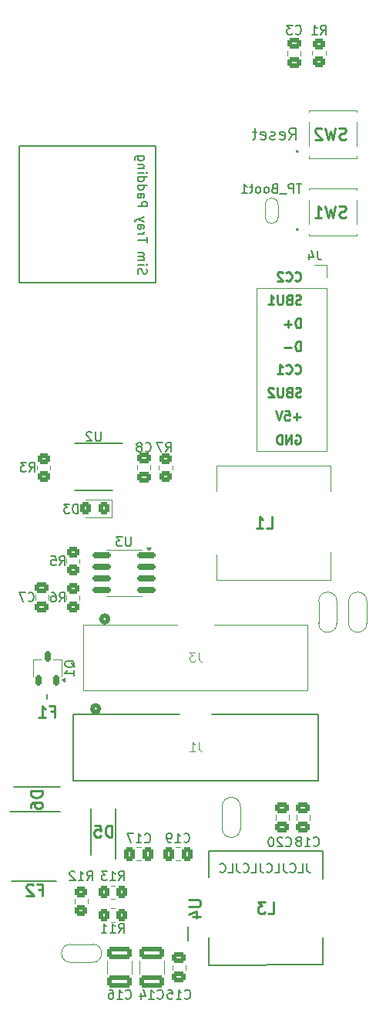
<source format=gbo>
G04 #@! TF.GenerationSoftware,KiCad,Pcbnew,8.0.1*
G04 #@! TF.CreationDate,2024-03-30T15:34:10-04:00*
G04 #@! TF.ProjectId,Bird3Controller,42697264-3343-46f6-9e74-726f6c6c6572,rev?*
G04 #@! TF.SameCoordinates,Original*
G04 #@! TF.FileFunction,Legend,Bot*
G04 #@! TF.FilePolarity,Positive*
%FSLAX46Y46*%
G04 Gerber Fmt 4.6, Leading zero omitted, Abs format (unit mm)*
G04 Created by KiCad (PCBNEW 8.0.1) date 2024-03-30 15:34:10*
%MOMM*%
%LPD*%
G01*
G04 APERTURE LIST*
G04 Aperture macros list*
%AMRoundRect*
0 Rectangle with rounded corners*
0 $1 Rounding radius*
0 $2 $3 $4 $5 $6 $7 $8 $9 X,Y pos of 4 corners*
0 Add a 4 corners polygon primitive as box body*
4,1,4,$2,$3,$4,$5,$6,$7,$8,$9,$2,$3,0*
0 Add four circle primitives for the rounded corners*
1,1,$1+$1,$2,$3*
1,1,$1+$1,$4,$5*
1,1,$1+$1,$6,$7*
1,1,$1+$1,$8,$9*
0 Add four rect primitives between the rounded corners*
20,1,$1+$1,$2,$3,$4,$5,0*
20,1,$1+$1,$4,$5,$6,$7,0*
20,1,$1+$1,$6,$7,$8,$9,0*
20,1,$1+$1,$8,$9,$2,$3,0*%
G04 Aperture macros list end*
%ADD10C,0.150000*%
%ADD11C,0.250000*%
%ADD12C,0.254000*%
%ADD13C,0.125000*%
%ADD14C,0.120000*%
%ADD15C,0.200000*%
%ADD16C,0.100000*%
%ADD17C,0.508000*%
%ADD18C,0.152400*%
%ADD19R,1.700000X1.700000*%
%ADD20O,1.700000X1.700000*%
%ADD21RoundRect,0.250000X0.350000X0.450000X-0.350000X0.450000X-0.350000X-0.450000X0.350000X-0.450000X0*%
%ADD22R,5.450000X1.920000*%
%ADD23RoundRect,0.250000X0.325000X0.450000X-0.325000X0.450000X-0.325000X-0.450000X0.325000X-0.450000X0*%
%ADD24R,1.000000X0.700000*%
%ADD25RoundRect,0.250000X-1.100000X0.412500X-1.100000X-0.412500X1.100000X-0.412500X1.100000X0.412500X0*%
%ADD26R,1.650000X2.600000*%
%ADD27C,1.500000*%
%ADD28RoundRect,0.250000X-0.450000X0.350000X-0.450000X-0.350000X0.450000X-0.350000X0.450000X0.350000X0*%
%ADD29R,0.650000X1.525000*%
%ADD30R,3.100000X2.400000*%
%ADD31RoundRect,0.250000X0.450000X-0.350000X0.450000X0.350000X-0.450000X0.350000X-0.450000X-0.350000X0*%
%ADD32C,1.050000*%
%ADD33R,1.000000X2.205000*%
%ADD34R,1.000000X2.750000*%
%ADD35R,0.950000X2.205000*%
%ADD36R,2.600000X1.650000*%
%ADD37R,2.900000X5.400000*%
%ADD38RoundRect,0.250000X-0.337500X-0.475000X0.337500X-0.475000X0.337500X0.475000X-0.337500X0.475000X0*%
%ADD39RoundRect,0.250000X-0.475000X0.337500X-0.475000X-0.337500X0.475000X-0.337500X0.475000X0.337500X0*%
%ADD40RoundRect,0.250000X0.475000X-0.337500X0.475000X0.337500X-0.475000X0.337500X-0.475000X-0.337500X0*%
%ADD41RoundRect,0.150000X0.825000X0.150000X-0.825000X0.150000X-0.825000X-0.150000X0.825000X-0.150000X0*%
%ADD42R,1.505000X0.802000*%
%ADD43R,2.613000X3.502000*%
%ADD44C,1.041400*%
%ADD45R,0.990600X2.200800*%
%ADD46R,0.997648X2.250000*%
%ADD47R,0.995300X2.201600*%
%ADD48R,1.000000X2.251598*%
%ADD49R,0.990600X2.743200*%
%ADD50R,0.995300X2.251600*%
%ADD51R,0.995302X2.201600*%
%ADD52R,0.995302X2.251600*%
%ADD53RoundRect,0.162500X0.162500X-0.447500X0.162500X0.447500X-0.162500X0.447500X-0.162500X-0.447500X0*%
%ADD54C,1.000000*%
%ADD55RoundRect,0.250000X0.337500X0.475000X-0.337500X0.475000X-0.337500X-0.475000X0.337500X-0.475000X0*%
%ADD56R,0.940000X1.010000*%
G04 APERTURE END LIST*
D10*
X194669048Y-134554819D02*
X194669048Y-135269104D01*
X194669048Y-135269104D02*
X194716667Y-135411961D01*
X194716667Y-135411961D02*
X194811905Y-135507200D01*
X194811905Y-135507200D02*
X194954762Y-135554819D01*
X194954762Y-135554819D02*
X195050000Y-135554819D01*
X193716667Y-135554819D02*
X194192857Y-135554819D01*
X194192857Y-135554819D02*
X194192857Y-134554819D01*
X192811905Y-135459580D02*
X192859524Y-135507200D01*
X192859524Y-135507200D02*
X193002381Y-135554819D01*
X193002381Y-135554819D02*
X193097619Y-135554819D01*
X193097619Y-135554819D02*
X193240476Y-135507200D01*
X193240476Y-135507200D02*
X193335714Y-135411961D01*
X193335714Y-135411961D02*
X193383333Y-135316723D01*
X193383333Y-135316723D02*
X193430952Y-135126247D01*
X193430952Y-135126247D02*
X193430952Y-134983390D01*
X193430952Y-134983390D02*
X193383333Y-134792914D01*
X193383333Y-134792914D02*
X193335714Y-134697676D01*
X193335714Y-134697676D02*
X193240476Y-134602438D01*
X193240476Y-134602438D02*
X193097619Y-134554819D01*
X193097619Y-134554819D02*
X193002381Y-134554819D01*
X193002381Y-134554819D02*
X192859524Y-134602438D01*
X192859524Y-134602438D02*
X192811905Y-134650057D01*
X192097619Y-134554819D02*
X192097619Y-135269104D01*
X192097619Y-135269104D02*
X192145238Y-135411961D01*
X192145238Y-135411961D02*
X192240476Y-135507200D01*
X192240476Y-135507200D02*
X192383333Y-135554819D01*
X192383333Y-135554819D02*
X192478571Y-135554819D01*
X191145238Y-135554819D02*
X191621428Y-135554819D01*
X191621428Y-135554819D02*
X191621428Y-134554819D01*
X190240476Y-135459580D02*
X190288095Y-135507200D01*
X190288095Y-135507200D02*
X190430952Y-135554819D01*
X190430952Y-135554819D02*
X190526190Y-135554819D01*
X190526190Y-135554819D02*
X190669047Y-135507200D01*
X190669047Y-135507200D02*
X190764285Y-135411961D01*
X190764285Y-135411961D02*
X190811904Y-135316723D01*
X190811904Y-135316723D02*
X190859523Y-135126247D01*
X190859523Y-135126247D02*
X190859523Y-134983390D01*
X190859523Y-134983390D02*
X190811904Y-134792914D01*
X190811904Y-134792914D02*
X190764285Y-134697676D01*
X190764285Y-134697676D02*
X190669047Y-134602438D01*
X190669047Y-134602438D02*
X190526190Y-134554819D01*
X190526190Y-134554819D02*
X190430952Y-134554819D01*
X190430952Y-134554819D02*
X190288095Y-134602438D01*
X190288095Y-134602438D02*
X190240476Y-134650057D01*
X189526190Y-134554819D02*
X189526190Y-135269104D01*
X189526190Y-135269104D02*
X189573809Y-135411961D01*
X189573809Y-135411961D02*
X189669047Y-135507200D01*
X189669047Y-135507200D02*
X189811904Y-135554819D01*
X189811904Y-135554819D02*
X189907142Y-135554819D01*
X188573809Y-135554819D02*
X189049999Y-135554819D01*
X189049999Y-135554819D02*
X189049999Y-134554819D01*
X187669047Y-135459580D02*
X187716666Y-135507200D01*
X187716666Y-135507200D02*
X187859523Y-135554819D01*
X187859523Y-135554819D02*
X187954761Y-135554819D01*
X187954761Y-135554819D02*
X188097618Y-135507200D01*
X188097618Y-135507200D02*
X188192856Y-135411961D01*
X188192856Y-135411961D02*
X188240475Y-135316723D01*
X188240475Y-135316723D02*
X188288094Y-135126247D01*
X188288094Y-135126247D02*
X188288094Y-134983390D01*
X188288094Y-134983390D02*
X188240475Y-134792914D01*
X188240475Y-134792914D02*
X188192856Y-134697676D01*
X188192856Y-134697676D02*
X188097618Y-134602438D01*
X188097618Y-134602438D02*
X187954761Y-134554819D01*
X187954761Y-134554819D02*
X187859523Y-134554819D01*
X187859523Y-134554819D02*
X187716666Y-134602438D01*
X187716666Y-134602438D02*
X187669047Y-134650057D01*
X186954761Y-134554819D02*
X186954761Y-135269104D01*
X186954761Y-135269104D02*
X187002380Y-135411961D01*
X187002380Y-135411961D02*
X187097618Y-135507200D01*
X187097618Y-135507200D02*
X187240475Y-135554819D01*
X187240475Y-135554819D02*
X187335713Y-135554819D01*
X186002380Y-135554819D02*
X186478570Y-135554819D01*
X186478570Y-135554819D02*
X186478570Y-134554819D01*
X185097618Y-135459580D02*
X185145237Y-135507200D01*
X185145237Y-135507200D02*
X185288094Y-135554819D01*
X185288094Y-135554819D02*
X185383332Y-135554819D01*
X185383332Y-135554819D02*
X185526189Y-135507200D01*
X185526189Y-135507200D02*
X185621427Y-135411961D01*
X185621427Y-135411961D02*
X185669046Y-135316723D01*
X185669046Y-135316723D02*
X185716665Y-135126247D01*
X185716665Y-135126247D02*
X185716665Y-134983390D01*
X185716665Y-134983390D02*
X185669046Y-134792914D01*
X185669046Y-134792914D02*
X185621427Y-134697676D01*
X185621427Y-134697676D02*
X185526189Y-134602438D01*
X185526189Y-134602438D02*
X185383332Y-134554819D01*
X185383332Y-134554819D02*
X185288094Y-134554819D01*
X185288094Y-134554819D02*
X185145237Y-134602438D01*
X185145237Y-134602438D02*
X185097618Y-134650057D01*
X163050000Y-55900000D02*
X178050000Y-55900000D01*
X178050000Y-70900000D01*
X163050000Y-70900000D01*
X163050000Y-55900000D01*
X176127800Y-69910839D02*
X176080180Y-69767982D01*
X176080180Y-69767982D02*
X176080180Y-69529887D01*
X176080180Y-69529887D02*
X176127800Y-69434649D01*
X176127800Y-69434649D02*
X176175419Y-69387030D01*
X176175419Y-69387030D02*
X176270657Y-69339411D01*
X176270657Y-69339411D02*
X176365895Y-69339411D01*
X176365895Y-69339411D02*
X176461133Y-69387030D01*
X176461133Y-69387030D02*
X176508752Y-69434649D01*
X176508752Y-69434649D02*
X176556371Y-69529887D01*
X176556371Y-69529887D02*
X176603990Y-69720363D01*
X176603990Y-69720363D02*
X176651609Y-69815601D01*
X176651609Y-69815601D02*
X176699228Y-69863220D01*
X176699228Y-69863220D02*
X176794466Y-69910839D01*
X176794466Y-69910839D02*
X176889704Y-69910839D01*
X176889704Y-69910839D02*
X176984942Y-69863220D01*
X176984942Y-69863220D02*
X177032561Y-69815601D01*
X177032561Y-69815601D02*
X177080180Y-69720363D01*
X177080180Y-69720363D02*
X177080180Y-69482268D01*
X177080180Y-69482268D02*
X177032561Y-69339411D01*
X176080180Y-68910839D02*
X176746847Y-68910839D01*
X177080180Y-68910839D02*
X177032561Y-68958458D01*
X177032561Y-68958458D02*
X176984942Y-68910839D01*
X176984942Y-68910839D02*
X177032561Y-68863220D01*
X177032561Y-68863220D02*
X177080180Y-68910839D01*
X177080180Y-68910839D02*
X176984942Y-68910839D01*
X176080180Y-68434649D02*
X176746847Y-68434649D01*
X176651609Y-68434649D02*
X176699228Y-68387030D01*
X176699228Y-68387030D02*
X176746847Y-68291792D01*
X176746847Y-68291792D02*
X176746847Y-68148935D01*
X176746847Y-68148935D02*
X176699228Y-68053697D01*
X176699228Y-68053697D02*
X176603990Y-68006078D01*
X176603990Y-68006078D02*
X176080180Y-68006078D01*
X176603990Y-68006078D02*
X176699228Y-67958459D01*
X176699228Y-67958459D02*
X176746847Y-67863221D01*
X176746847Y-67863221D02*
X176746847Y-67720364D01*
X176746847Y-67720364D02*
X176699228Y-67625125D01*
X176699228Y-67625125D02*
X176603990Y-67577506D01*
X176603990Y-67577506D02*
X176080180Y-67577506D01*
X177080180Y-66482268D02*
X177080180Y-65910840D01*
X176080180Y-66196554D02*
X177080180Y-66196554D01*
X176080180Y-65577506D02*
X176746847Y-65577506D01*
X176556371Y-65577506D02*
X176651609Y-65529887D01*
X176651609Y-65529887D02*
X176699228Y-65482268D01*
X176699228Y-65482268D02*
X176746847Y-65387030D01*
X176746847Y-65387030D02*
X176746847Y-65291792D01*
X176080180Y-64529887D02*
X176603990Y-64529887D01*
X176603990Y-64529887D02*
X176699228Y-64577506D01*
X176699228Y-64577506D02*
X176746847Y-64672744D01*
X176746847Y-64672744D02*
X176746847Y-64863220D01*
X176746847Y-64863220D02*
X176699228Y-64958458D01*
X176127800Y-64529887D02*
X176080180Y-64625125D01*
X176080180Y-64625125D02*
X176080180Y-64863220D01*
X176080180Y-64863220D02*
X176127800Y-64958458D01*
X176127800Y-64958458D02*
X176223038Y-65006077D01*
X176223038Y-65006077D02*
X176318276Y-65006077D01*
X176318276Y-65006077D02*
X176413514Y-64958458D01*
X176413514Y-64958458D02*
X176461133Y-64863220D01*
X176461133Y-64863220D02*
X176461133Y-64625125D01*
X176461133Y-64625125D02*
X176508752Y-64529887D01*
X176746847Y-64148934D02*
X176080180Y-63910839D01*
X176746847Y-63672744D02*
X176080180Y-63910839D01*
X176080180Y-63910839D02*
X175842085Y-64006077D01*
X175842085Y-64006077D02*
X175794466Y-64053696D01*
X175794466Y-64053696D02*
X175746847Y-64148934D01*
X176080180Y-62529886D02*
X177080180Y-62529886D01*
X177080180Y-62529886D02*
X177080180Y-62148934D01*
X177080180Y-62148934D02*
X177032561Y-62053696D01*
X177032561Y-62053696D02*
X176984942Y-62006077D01*
X176984942Y-62006077D02*
X176889704Y-61958458D01*
X176889704Y-61958458D02*
X176746847Y-61958458D01*
X176746847Y-61958458D02*
X176651609Y-62006077D01*
X176651609Y-62006077D02*
X176603990Y-62053696D01*
X176603990Y-62053696D02*
X176556371Y-62148934D01*
X176556371Y-62148934D02*
X176556371Y-62529886D01*
X176080180Y-61101315D02*
X176603990Y-61101315D01*
X176603990Y-61101315D02*
X176699228Y-61148934D01*
X176699228Y-61148934D02*
X176746847Y-61244172D01*
X176746847Y-61244172D02*
X176746847Y-61434648D01*
X176746847Y-61434648D02*
X176699228Y-61529886D01*
X176127800Y-61101315D02*
X176080180Y-61196553D01*
X176080180Y-61196553D02*
X176080180Y-61434648D01*
X176080180Y-61434648D02*
X176127800Y-61529886D01*
X176127800Y-61529886D02*
X176223038Y-61577505D01*
X176223038Y-61577505D02*
X176318276Y-61577505D01*
X176318276Y-61577505D02*
X176413514Y-61529886D01*
X176413514Y-61529886D02*
X176461133Y-61434648D01*
X176461133Y-61434648D02*
X176461133Y-61196553D01*
X176461133Y-61196553D02*
X176508752Y-61101315D01*
X176080180Y-60196553D02*
X177080180Y-60196553D01*
X176127800Y-60196553D02*
X176080180Y-60291791D01*
X176080180Y-60291791D02*
X176080180Y-60482267D01*
X176080180Y-60482267D02*
X176127800Y-60577505D01*
X176127800Y-60577505D02*
X176175419Y-60625124D01*
X176175419Y-60625124D02*
X176270657Y-60672743D01*
X176270657Y-60672743D02*
X176556371Y-60672743D01*
X176556371Y-60672743D02*
X176651609Y-60625124D01*
X176651609Y-60625124D02*
X176699228Y-60577505D01*
X176699228Y-60577505D02*
X176746847Y-60482267D01*
X176746847Y-60482267D02*
X176746847Y-60291791D01*
X176746847Y-60291791D02*
X176699228Y-60196553D01*
X176080180Y-59291791D02*
X177080180Y-59291791D01*
X176127800Y-59291791D02*
X176080180Y-59387029D01*
X176080180Y-59387029D02*
X176080180Y-59577505D01*
X176080180Y-59577505D02*
X176127800Y-59672743D01*
X176127800Y-59672743D02*
X176175419Y-59720362D01*
X176175419Y-59720362D02*
X176270657Y-59767981D01*
X176270657Y-59767981D02*
X176556371Y-59767981D01*
X176556371Y-59767981D02*
X176651609Y-59720362D01*
X176651609Y-59720362D02*
X176699228Y-59672743D01*
X176699228Y-59672743D02*
X176746847Y-59577505D01*
X176746847Y-59577505D02*
X176746847Y-59387029D01*
X176746847Y-59387029D02*
X176699228Y-59291791D01*
X176080180Y-58815600D02*
X176746847Y-58815600D01*
X177080180Y-58815600D02*
X177032561Y-58863219D01*
X177032561Y-58863219D02*
X176984942Y-58815600D01*
X176984942Y-58815600D02*
X177032561Y-58767981D01*
X177032561Y-58767981D02*
X177080180Y-58815600D01*
X177080180Y-58815600D02*
X176984942Y-58815600D01*
X176746847Y-58339410D02*
X176080180Y-58339410D01*
X176651609Y-58339410D02*
X176699228Y-58291791D01*
X176699228Y-58291791D02*
X176746847Y-58196553D01*
X176746847Y-58196553D02*
X176746847Y-58053696D01*
X176746847Y-58053696D02*
X176699228Y-57958458D01*
X176699228Y-57958458D02*
X176603990Y-57910839D01*
X176603990Y-57910839D02*
X176080180Y-57910839D01*
X176746847Y-57006077D02*
X175937323Y-57006077D01*
X175937323Y-57006077D02*
X175842085Y-57053696D01*
X175842085Y-57053696D02*
X175794466Y-57101315D01*
X175794466Y-57101315D02*
X175746847Y-57196553D01*
X175746847Y-57196553D02*
X175746847Y-57339410D01*
X175746847Y-57339410D02*
X175794466Y-57434648D01*
X176127800Y-57006077D02*
X176080180Y-57101315D01*
X176080180Y-57101315D02*
X176080180Y-57291791D01*
X176080180Y-57291791D02*
X176127800Y-57387029D01*
X176127800Y-57387029D02*
X176175419Y-57434648D01*
X176175419Y-57434648D02*
X176270657Y-57482267D01*
X176270657Y-57482267D02*
X176556371Y-57482267D01*
X176556371Y-57482267D02*
X176651609Y-57434648D01*
X176651609Y-57434648D02*
X176699228Y-57387029D01*
X176699228Y-57387029D02*
X176746847Y-57291791D01*
X176746847Y-57291791D02*
X176746847Y-57101315D01*
X176746847Y-57101315D02*
X176699228Y-57006077D01*
X195833333Y-67374819D02*
X195833333Y-68089104D01*
X195833333Y-68089104D02*
X195880952Y-68231961D01*
X195880952Y-68231961D02*
X195976190Y-68327200D01*
X195976190Y-68327200D02*
X196119047Y-68374819D01*
X196119047Y-68374819D02*
X196214285Y-68374819D01*
X194928571Y-67708152D02*
X194928571Y-68374819D01*
X195166666Y-67327200D02*
X195404761Y-68041485D01*
X195404761Y-68041485D02*
X194785714Y-68041485D01*
D11*
X193947431Y-78349619D02*
X193947431Y-77349619D01*
X193947431Y-77349619D02*
X193709336Y-77349619D01*
X193709336Y-77349619D02*
X193566479Y-77397238D01*
X193566479Y-77397238D02*
X193471241Y-77492476D01*
X193471241Y-77492476D02*
X193423622Y-77587714D01*
X193423622Y-77587714D02*
X193376003Y-77778190D01*
X193376003Y-77778190D02*
X193376003Y-77921047D01*
X193376003Y-77921047D02*
X193423622Y-78111523D01*
X193423622Y-78111523D02*
X193471241Y-78206761D01*
X193471241Y-78206761D02*
X193566479Y-78302000D01*
X193566479Y-78302000D02*
X193709336Y-78349619D01*
X193709336Y-78349619D02*
X193947431Y-78349619D01*
X192947431Y-77968666D02*
X192185527Y-77968666D01*
X193947431Y-85568666D02*
X193185527Y-85568666D01*
X193566479Y-85949619D02*
X193566479Y-85187714D01*
X192233146Y-84949619D02*
X192709336Y-84949619D01*
X192709336Y-84949619D02*
X192756955Y-85425809D01*
X192756955Y-85425809D02*
X192709336Y-85378190D01*
X192709336Y-85378190D02*
X192614098Y-85330571D01*
X192614098Y-85330571D02*
X192376003Y-85330571D01*
X192376003Y-85330571D02*
X192280765Y-85378190D01*
X192280765Y-85378190D02*
X192233146Y-85425809D01*
X192233146Y-85425809D02*
X192185527Y-85521047D01*
X192185527Y-85521047D02*
X192185527Y-85759142D01*
X192185527Y-85759142D02*
X192233146Y-85854380D01*
X192233146Y-85854380D02*
X192280765Y-85902000D01*
X192280765Y-85902000D02*
X192376003Y-85949619D01*
X192376003Y-85949619D02*
X192614098Y-85949619D01*
X192614098Y-85949619D02*
X192709336Y-85902000D01*
X192709336Y-85902000D02*
X192756955Y-85854380D01*
X191899812Y-84949619D02*
X191566479Y-85949619D01*
X191566479Y-85949619D02*
X191233146Y-84949619D01*
X193376003Y-80754380D02*
X193423622Y-80802000D01*
X193423622Y-80802000D02*
X193566479Y-80849619D01*
X193566479Y-80849619D02*
X193661717Y-80849619D01*
X193661717Y-80849619D02*
X193804574Y-80802000D01*
X193804574Y-80802000D02*
X193899812Y-80706761D01*
X193899812Y-80706761D02*
X193947431Y-80611523D01*
X193947431Y-80611523D02*
X193995050Y-80421047D01*
X193995050Y-80421047D02*
X193995050Y-80278190D01*
X193995050Y-80278190D02*
X193947431Y-80087714D01*
X193947431Y-80087714D02*
X193899812Y-79992476D01*
X193899812Y-79992476D02*
X193804574Y-79897238D01*
X193804574Y-79897238D02*
X193661717Y-79849619D01*
X193661717Y-79849619D02*
X193566479Y-79849619D01*
X193566479Y-79849619D02*
X193423622Y-79897238D01*
X193423622Y-79897238D02*
X193376003Y-79944857D01*
X192376003Y-80754380D02*
X192423622Y-80802000D01*
X192423622Y-80802000D02*
X192566479Y-80849619D01*
X192566479Y-80849619D02*
X192661717Y-80849619D01*
X192661717Y-80849619D02*
X192804574Y-80802000D01*
X192804574Y-80802000D02*
X192899812Y-80706761D01*
X192899812Y-80706761D02*
X192947431Y-80611523D01*
X192947431Y-80611523D02*
X192995050Y-80421047D01*
X192995050Y-80421047D02*
X192995050Y-80278190D01*
X192995050Y-80278190D02*
X192947431Y-80087714D01*
X192947431Y-80087714D02*
X192899812Y-79992476D01*
X192899812Y-79992476D02*
X192804574Y-79897238D01*
X192804574Y-79897238D02*
X192661717Y-79849619D01*
X192661717Y-79849619D02*
X192566479Y-79849619D01*
X192566479Y-79849619D02*
X192423622Y-79897238D01*
X192423622Y-79897238D02*
X192376003Y-79944857D01*
X191423622Y-80849619D02*
X191995050Y-80849619D01*
X191709336Y-80849619D02*
X191709336Y-79849619D01*
X191709336Y-79849619D02*
X191804574Y-79992476D01*
X191804574Y-79992476D02*
X191899812Y-80087714D01*
X191899812Y-80087714D02*
X191995050Y-80135333D01*
X193423622Y-87597238D02*
X193518860Y-87549619D01*
X193518860Y-87549619D02*
X193661717Y-87549619D01*
X193661717Y-87549619D02*
X193804574Y-87597238D01*
X193804574Y-87597238D02*
X193899812Y-87692476D01*
X193899812Y-87692476D02*
X193947431Y-87787714D01*
X193947431Y-87787714D02*
X193995050Y-87978190D01*
X193995050Y-87978190D02*
X193995050Y-88121047D01*
X193995050Y-88121047D02*
X193947431Y-88311523D01*
X193947431Y-88311523D02*
X193899812Y-88406761D01*
X193899812Y-88406761D02*
X193804574Y-88502000D01*
X193804574Y-88502000D02*
X193661717Y-88549619D01*
X193661717Y-88549619D02*
X193566479Y-88549619D01*
X193566479Y-88549619D02*
X193423622Y-88502000D01*
X193423622Y-88502000D02*
X193376003Y-88454380D01*
X193376003Y-88454380D02*
X193376003Y-88121047D01*
X193376003Y-88121047D02*
X193566479Y-88121047D01*
X192947431Y-88549619D02*
X192947431Y-87549619D01*
X192947431Y-87549619D02*
X192376003Y-88549619D01*
X192376003Y-88549619D02*
X192376003Y-87549619D01*
X191899812Y-88549619D02*
X191899812Y-87549619D01*
X191899812Y-87549619D02*
X191661717Y-87549619D01*
X191661717Y-87549619D02*
X191518860Y-87597238D01*
X191518860Y-87597238D02*
X191423622Y-87692476D01*
X191423622Y-87692476D02*
X191376003Y-87787714D01*
X191376003Y-87787714D02*
X191328384Y-87978190D01*
X191328384Y-87978190D02*
X191328384Y-88121047D01*
X191328384Y-88121047D02*
X191376003Y-88311523D01*
X191376003Y-88311523D02*
X191423622Y-88406761D01*
X191423622Y-88406761D02*
X191518860Y-88502000D01*
X191518860Y-88502000D02*
X191661717Y-88549619D01*
X191661717Y-88549619D02*
X191899812Y-88549619D01*
X193376003Y-70604380D02*
X193423622Y-70652000D01*
X193423622Y-70652000D02*
X193566479Y-70699619D01*
X193566479Y-70699619D02*
X193661717Y-70699619D01*
X193661717Y-70699619D02*
X193804574Y-70652000D01*
X193804574Y-70652000D02*
X193899812Y-70556761D01*
X193899812Y-70556761D02*
X193947431Y-70461523D01*
X193947431Y-70461523D02*
X193995050Y-70271047D01*
X193995050Y-70271047D02*
X193995050Y-70128190D01*
X193995050Y-70128190D02*
X193947431Y-69937714D01*
X193947431Y-69937714D02*
X193899812Y-69842476D01*
X193899812Y-69842476D02*
X193804574Y-69747238D01*
X193804574Y-69747238D02*
X193661717Y-69699619D01*
X193661717Y-69699619D02*
X193566479Y-69699619D01*
X193566479Y-69699619D02*
X193423622Y-69747238D01*
X193423622Y-69747238D02*
X193376003Y-69794857D01*
X192376003Y-70604380D02*
X192423622Y-70652000D01*
X192423622Y-70652000D02*
X192566479Y-70699619D01*
X192566479Y-70699619D02*
X192661717Y-70699619D01*
X192661717Y-70699619D02*
X192804574Y-70652000D01*
X192804574Y-70652000D02*
X192899812Y-70556761D01*
X192899812Y-70556761D02*
X192947431Y-70461523D01*
X192947431Y-70461523D02*
X192995050Y-70271047D01*
X192995050Y-70271047D02*
X192995050Y-70128190D01*
X192995050Y-70128190D02*
X192947431Y-69937714D01*
X192947431Y-69937714D02*
X192899812Y-69842476D01*
X192899812Y-69842476D02*
X192804574Y-69747238D01*
X192804574Y-69747238D02*
X192661717Y-69699619D01*
X192661717Y-69699619D02*
X192566479Y-69699619D01*
X192566479Y-69699619D02*
X192423622Y-69747238D01*
X192423622Y-69747238D02*
X192376003Y-69794857D01*
X191995050Y-69794857D02*
X191947431Y-69747238D01*
X191947431Y-69747238D02*
X191852193Y-69699619D01*
X191852193Y-69699619D02*
X191614098Y-69699619D01*
X191614098Y-69699619D02*
X191518860Y-69747238D01*
X191518860Y-69747238D02*
X191471241Y-69794857D01*
X191471241Y-69794857D02*
X191423622Y-69890095D01*
X191423622Y-69890095D02*
X191423622Y-69985333D01*
X191423622Y-69985333D02*
X191471241Y-70128190D01*
X191471241Y-70128190D02*
X192042669Y-70699619D01*
X192042669Y-70699619D02*
X191423622Y-70699619D01*
X193995050Y-73202000D02*
X193852193Y-73249619D01*
X193852193Y-73249619D02*
X193614098Y-73249619D01*
X193614098Y-73249619D02*
X193518860Y-73202000D01*
X193518860Y-73202000D02*
X193471241Y-73154380D01*
X193471241Y-73154380D02*
X193423622Y-73059142D01*
X193423622Y-73059142D02*
X193423622Y-72963904D01*
X193423622Y-72963904D02*
X193471241Y-72868666D01*
X193471241Y-72868666D02*
X193518860Y-72821047D01*
X193518860Y-72821047D02*
X193614098Y-72773428D01*
X193614098Y-72773428D02*
X193804574Y-72725809D01*
X193804574Y-72725809D02*
X193899812Y-72678190D01*
X193899812Y-72678190D02*
X193947431Y-72630571D01*
X193947431Y-72630571D02*
X193995050Y-72535333D01*
X193995050Y-72535333D02*
X193995050Y-72440095D01*
X193995050Y-72440095D02*
X193947431Y-72344857D01*
X193947431Y-72344857D02*
X193899812Y-72297238D01*
X193899812Y-72297238D02*
X193804574Y-72249619D01*
X193804574Y-72249619D02*
X193566479Y-72249619D01*
X193566479Y-72249619D02*
X193423622Y-72297238D01*
X192661717Y-72725809D02*
X192518860Y-72773428D01*
X192518860Y-72773428D02*
X192471241Y-72821047D01*
X192471241Y-72821047D02*
X192423622Y-72916285D01*
X192423622Y-72916285D02*
X192423622Y-73059142D01*
X192423622Y-73059142D02*
X192471241Y-73154380D01*
X192471241Y-73154380D02*
X192518860Y-73202000D01*
X192518860Y-73202000D02*
X192614098Y-73249619D01*
X192614098Y-73249619D02*
X192995050Y-73249619D01*
X192995050Y-73249619D02*
X192995050Y-72249619D01*
X192995050Y-72249619D02*
X192661717Y-72249619D01*
X192661717Y-72249619D02*
X192566479Y-72297238D01*
X192566479Y-72297238D02*
X192518860Y-72344857D01*
X192518860Y-72344857D02*
X192471241Y-72440095D01*
X192471241Y-72440095D02*
X192471241Y-72535333D01*
X192471241Y-72535333D02*
X192518860Y-72630571D01*
X192518860Y-72630571D02*
X192566479Y-72678190D01*
X192566479Y-72678190D02*
X192661717Y-72725809D01*
X192661717Y-72725809D02*
X192995050Y-72725809D01*
X191995050Y-72249619D02*
X191995050Y-73059142D01*
X191995050Y-73059142D02*
X191947431Y-73154380D01*
X191947431Y-73154380D02*
X191899812Y-73202000D01*
X191899812Y-73202000D02*
X191804574Y-73249619D01*
X191804574Y-73249619D02*
X191614098Y-73249619D01*
X191614098Y-73249619D02*
X191518860Y-73202000D01*
X191518860Y-73202000D02*
X191471241Y-73154380D01*
X191471241Y-73154380D02*
X191423622Y-73059142D01*
X191423622Y-73059142D02*
X191423622Y-72249619D01*
X190423622Y-73249619D02*
X190995050Y-73249619D01*
X190709336Y-73249619D02*
X190709336Y-72249619D01*
X190709336Y-72249619D02*
X190804574Y-72392476D01*
X190804574Y-72392476D02*
X190899812Y-72487714D01*
X190899812Y-72487714D02*
X190995050Y-72535333D01*
X193947431Y-75799619D02*
X193947431Y-74799619D01*
X193947431Y-74799619D02*
X193709336Y-74799619D01*
X193709336Y-74799619D02*
X193566479Y-74847238D01*
X193566479Y-74847238D02*
X193471241Y-74942476D01*
X193471241Y-74942476D02*
X193423622Y-75037714D01*
X193423622Y-75037714D02*
X193376003Y-75228190D01*
X193376003Y-75228190D02*
X193376003Y-75371047D01*
X193376003Y-75371047D02*
X193423622Y-75561523D01*
X193423622Y-75561523D02*
X193471241Y-75656761D01*
X193471241Y-75656761D02*
X193566479Y-75752000D01*
X193566479Y-75752000D02*
X193709336Y-75799619D01*
X193709336Y-75799619D02*
X193947431Y-75799619D01*
X192947431Y-75418666D02*
X192185527Y-75418666D01*
X192566479Y-75799619D02*
X192566479Y-75037714D01*
X193995050Y-83352000D02*
X193852193Y-83399619D01*
X193852193Y-83399619D02*
X193614098Y-83399619D01*
X193614098Y-83399619D02*
X193518860Y-83352000D01*
X193518860Y-83352000D02*
X193471241Y-83304380D01*
X193471241Y-83304380D02*
X193423622Y-83209142D01*
X193423622Y-83209142D02*
X193423622Y-83113904D01*
X193423622Y-83113904D02*
X193471241Y-83018666D01*
X193471241Y-83018666D02*
X193518860Y-82971047D01*
X193518860Y-82971047D02*
X193614098Y-82923428D01*
X193614098Y-82923428D02*
X193804574Y-82875809D01*
X193804574Y-82875809D02*
X193899812Y-82828190D01*
X193899812Y-82828190D02*
X193947431Y-82780571D01*
X193947431Y-82780571D02*
X193995050Y-82685333D01*
X193995050Y-82685333D02*
X193995050Y-82590095D01*
X193995050Y-82590095D02*
X193947431Y-82494857D01*
X193947431Y-82494857D02*
X193899812Y-82447238D01*
X193899812Y-82447238D02*
X193804574Y-82399619D01*
X193804574Y-82399619D02*
X193566479Y-82399619D01*
X193566479Y-82399619D02*
X193423622Y-82447238D01*
X192661717Y-82875809D02*
X192518860Y-82923428D01*
X192518860Y-82923428D02*
X192471241Y-82971047D01*
X192471241Y-82971047D02*
X192423622Y-83066285D01*
X192423622Y-83066285D02*
X192423622Y-83209142D01*
X192423622Y-83209142D02*
X192471241Y-83304380D01*
X192471241Y-83304380D02*
X192518860Y-83352000D01*
X192518860Y-83352000D02*
X192614098Y-83399619D01*
X192614098Y-83399619D02*
X192995050Y-83399619D01*
X192995050Y-83399619D02*
X192995050Y-82399619D01*
X192995050Y-82399619D02*
X192661717Y-82399619D01*
X192661717Y-82399619D02*
X192566479Y-82447238D01*
X192566479Y-82447238D02*
X192518860Y-82494857D01*
X192518860Y-82494857D02*
X192471241Y-82590095D01*
X192471241Y-82590095D02*
X192471241Y-82685333D01*
X192471241Y-82685333D02*
X192518860Y-82780571D01*
X192518860Y-82780571D02*
X192566479Y-82828190D01*
X192566479Y-82828190D02*
X192661717Y-82875809D01*
X192661717Y-82875809D02*
X192995050Y-82875809D01*
X191995050Y-82399619D02*
X191995050Y-83209142D01*
X191995050Y-83209142D02*
X191947431Y-83304380D01*
X191947431Y-83304380D02*
X191899812Y-83352000D01*
X191899812Y-83352000D02*
X191804574Y-83399619D01*
X191804574Y-83399619D02*
X191614098Y-83399619D01*
X191614098Y-83399619D02*
X191518860Y-83352000D01*
X191518860Y-83352000D02*
X191471241Y-83304380D01*
X191471241Y-83304380D02*
X191423622Y-83209142D01*
X191423622Y-83209142D02*
X191423622Y-82399619D01*
X190995050Y-82494857D02*
X190947431Y-82447238D01*
X190947431Y-82447238D02*
X190852193Y-82399619D01*
X190852193Y-82399619D02*
X190614098Y-82399619D01*
X190614098Y-82399619D02*
X190518860Y-82447238D01*
X190518860Y-82447238D02*
X190471241Y-82494857D01*
X190471241Y-82494857D02*
X190423622Y-82590095D01*
X190423622Y-82590095D02*
X190423622Y-82685333D01*
X190423622Y-82685333D02*
X190471241Y-82828190D01*
X190471241Y-82828190D02*
X191042669Y-83399619D01*
X191042669Y-83399619D02*
X190423622Y-83399619D01*
D10*
X173992857Y-142154819D02*
X174326190Y-141678628D01*
X174564285Y-142154819D02*
X174564285Y-141154819D01*
X174564285Y-141154819D02*
X174183333Y-141154819D01*
X174183333Y-141154819D02*
X174088095Y-141202438D01*
X174088095Y-141202438D02*
X174040476Y-141250057D01*
X174040476Y-141250057D02*
X173992857Y-141345295D01*
X173992857Y-141345295D02*
X173992857Y-141488152D01*
X173992857Y-141488152D02*
X174040476Y-141583390D01*
X174040476Y-141583390D02*
X174088095Y-141631009D01*
X174088095Y-141631009D02*
X174183333Y-141678628D01*
X174183333Y-141678628D02*
X174564285Y-141678628D01*
X173040476Y-142154819D02*
X173611904Y-142154819D01*
X173326190Y-142154819D02*
X173326190Y-141154819D01*
X173326190Y-141154819D02*
X173421428Y-141297676D01*
X173421428Y-141297676D02*
X173516666Y-141392914D01*
X173516666Y-141392914D02*
X173611904Y-141440533D01*
X172088095Y-142154819D02*
X172659523Y-142154819D01*
X172373809Y-142154819D02*
X172373809Y-141154819D01*
X172373809Y-141154819D02*
X172469047Y-141297676D01*
X172469047Y-141297676D02*
X172564285Y-141392914D01*
X172564285Y-141392914D02*
X172659523Y-141440533D01*
D12*
X165173332Y-137409080D02*
X165596666Y-137409080D01*
X165596666Y-138074318D02*
X165596666Y-136804318D01*
X165596666Y-136804318D02*
X164991904Y-136804318D01*
X164568571Y-136925270D02*
X164508095Y-136864794D01*
X164508095Y-136864794D02*
X164387142Y-136804318D01*
X164387142Y-136804318D02*
X164084761Y-136804318D01*
X164084761Y-136804318D02*
X163963809Y-136864794D01*
X163963809Y-136864794D02*
X163903333Y-136925270D01*
X163903333Y-136925270D02*
X163842856Y-137046222D01*
X163842856Y-137046222D02*
X163842856Y-137167175D01*
X163842856Y-137167175D02*
X163903333Y-137348603D01*
X163903333Y-137348603D02*
X164629047Y-138074318D01*
X164629047Y-138074318D02*
X163842856Y-138074318D01*
D10*
X169488094Y-96154819D02*
X169488094Y-95154819D01*
X169488094Y-95154819D02*
X169249999Y-95154819D01*
X169249999Y-95154819D02*
X169107142Y-95202438D01*
X169107142Y-95202438D02*
X169011904Y-95297676D01*
X169011904Y-95297676D02*
X168964285Y-95392914D01*
X168964285Y-95392914D02*
X168916666Y-95583390D01*
X168916666Y-95583390D02*
X168916666Y-95726247D01*
X168916666Y-95726247D02*
X168964285Y-95916723D01*
X168964285Y-95916723D02*
X169011904Y-96011961D01*
X169011904Y-96011961D02*
X169107142Y-96107200D01*
X169107142Y-96107200D02*
X169249999Y-96154819D01*
X169249999Y-96154819D02*
X169488094Y-96154819D01*
X168583332Y-95154819D02*
X167964285Y-95154819D01*
X167964285Y-95154819D02*
X168297618Y-95535771D01*
X168297618Y-95535771D02*
X168154761Y-95535771D01*
X168154761Y-95535771D02*
X168059523Y-95583390D01*
X168059523Y-95583390D02*
X168011904Y-95631009D01*
X168011904Y-95631009D02*
X167964285Y-95726247D01*
X167964285Y-95726247D02*
X167964285Y-95964342D01*
X167964285Y-95964342D02*
X168011904Y-96059580D01*
X168011904Y-96059580D02*
X168059523Y-96107200D01*
X168059523Y-96107200D02*
X168154761Y-96154819D01*
X168154761Y-96154819D02*
X168440475Y-96154819D01*
X168440475Y-96154819D02*
X168535713Y-96107200D01*
X168535713Y-96107200D02*
X168583332Y-96059580D01*
D12*
X198943333Y-55113842D02*
X198761904Y-55174318D01*
X198761904Y-55174318D02*
X198459523Y-55174318D01*
X198459523Y-55174318D02*
X198338571Y-55113842D01*
X198338571Y-55113842D02*
X198278095Y-55053365D01*
X198278095Y-55053365D02*
X198217618Y-54932413D01*
X198217618Y-54932413D02*
X198217618Y-54811461D01*
X198217618Y-54811461D02*
X198278095Y-54690508D01*
X198278095Y-54690508D02*
X198338571Y-54630032D01*
X198338571Y-54630032D02*
X198459523Y-54569556D01*
X198459523Y-54569556D02*
X198701428Y-54509080D01*
X198701428Y-54509080D02*
X198822380Y-54448603D01*
X198822380Y-54448603D02*
X198882857Y-54388127D01*
X198882857Y-54388127D02*
X198943333Y-54267175D01*
X198943333Y-54267175D02*
X198943333Y-54146222D01*
X198943333Y-54146222D02*
X198882857Y-54025270D01*
X198882857Y-54025270D02*
X198822380Y-53964794D01*
X198822380Y-53964794D02*
X198701428Y-53904318D01*
X198701428Y-53904318D02*
X198399047Y-53904318D01*
X198399047Y-53904318D02*
X198217618Y-53964794D01*
X197794285Y-53904318D02*
X197491904Y-55174318D01*
X197491904Y-55174318D02*
X197249999Y-54267175D01*
X197249999Y-54267175D02*
X197008094Y-55174318D01*
X197008094Y-55174318D02*
X196705714Y-53904318D01*
X196282380Y-54025270D02*
X196221904Y-53964794D01*
X196221904Y-53964794D02*
X196100951Y-53904318D01*
X196100951Y-53904318D02*
X195798570Y-53904318D01*
X195798570Y-53904318D02*
X195677618Y-53964794D01*
X195677618Y-53964794D02*
X195617142Y-54025270D01*
X195617142Y-54025270D02*
X195556665Y-54146222D01*
X195556665Y-54146222D02*
X195556665Y-54267175D01*
X195556665Y-54267175D02*
X195617142Y-54448603D01*
X195617142Y-54448603D02*
X196342856Y-55174318D01*
X196342856Y-55174318D02*
X195556665Y-55174318D01*
D10*
X192722379Y-55179726D02*
X193145713Y-54574964D01*
X193448094Y-55179726D02*
X193448094Y-53909726D01*
X193448094Y-53909726D02*
X192964284Y-53909726D01*
X192964284Y-53909726D02*
X192843332Y-53970202D01*
X192843332Y-53970202D02*
X192782855Y-54030678D01*
X192782855Y-54030678D02*
X192722379Y-54151630D01*
X192722379Y-54151630D02*
X192722379Y-54333059D01*
X192722379Y-54333059D02*
X192782855Y-54454011D01*
X192782855Y-54454011D02*
X192843332Y-54514488D01*
X192843332Y-54514488D02*
X192964284Y-54574964D01*
X192964284Y-54574964D02*
X193448094Y-54574964D01*
X191694284Y-55119250D02*
X191815236Y-55179726D01*
X191815236Y-55179726D02*
X192057141Y-55179726D01*
X192057141Y-55179726D02*
X192178094Y-55119250D01*
X192178094Y-55119250D02*
X192238570Y-54998297D01*
X192238570Y-54998297D02*
X192238570Y-54514488D01*
X192238570Y-54514488D02*
X192178094Y-54393535D01*
X192178094Y-54393535D02*
X192057141Y-54333059D01*
X192057141Y-54333059D02*
X191815236Y-54333059D01*
X191815236Y-54333059D02*
X191694284Y-54393535D01*
X191694284Y-54393535D02*
X191633808Y-54514488D01*
X191633808Y-54514488D02*
X191633808Y-54635440D01*
X191633808Y-54635440D02*
X192238570Y-54756392D01*
X191149999Y-55119250D02*
X191029046Y-55179726D01*
X191029046Y-55179726D02*
X190787142Y-55179726D01*
X190787142Y-55179726D02*
X190666189Y-55119250D01*
X190666189Y-55119250D02*
X190605713Y-54998297D01*
X190605713Y-54998297D02*
X190605713Y-54937821D01*
X190605713Y-54937821D02*
X190666189Y-54816869D01*
X190666189Y-54816869D02*
X190787142Y-54756392D01*
X190787142Y-54756392D02*
X190968570Y-54756392D01*
X190968570Y-54756392D02*
X191089523Y-54695916D01*
X191089523Y-54695916D02*
X191149999Y-54574964D01*
X191149999Y-54574964D02*
X191149999Y-54514488D01*
X191149999Y-54514488D02*
X191089523Y-54393535D01*
X191089523Y-54393535D02*
X190968570Y-54333059D01*
X190968570Y-54333059D02*
X190787142Y-54333059D01*
X190787142Y-54333059D02*
X190666189Y-54393535D01*
X189577618Y-55119250D02*
X189698570Y-55179726D01*
X189698570Y-55179726D02*
X189940475Y-55179726D01*
X189940475Y-55179726D02*
X190061428Y-55119250D01*
X190061428Y-55119250D02*
X190121904Y-54998297D01*
X190121904Y-54998297D02*
X190121904Y-54514488D01*
X190121904Y-54514488D02*
X190061428Y-54393535D01*
X190061428Y-54393535D02*
X189940475Y-54333059D01*
X189940475Y-54333059D02*
X189698570Y-54333059D01*
X189698570Y-54333059D02*
X189577618Y-54393535D01*
X189577618Y-54393535D02*
X189517142Y-54514488D01*
X189517142Y-54514488D02*
X189517142Y-54635440D01*
X189517142Y-54635440D02*
X190121904Y-54756392D01*
X189154285Y-54333059D02*
X188670476Y-54333059D01*
X188972857Y-53909726D02*
X188972857Y-54998297D01*
X188972857Y-54998297D02*
X188912380Y-55119250D01*
X188912380Y-55119250D02*
X188791428Y-55179726D01*
X188791428Y-55179726D02*
X188670476Y-55179726D01*
X174742857Y-149309580D02*
X174790476Y-149357200D01*
X174790476Y-149357200D02*
X174933333Y-149404819D01*
X174933333Y-149404819D02*
X175028571Y-149404819D01*
X175028571Y-149404819D02*
X175171428Y-149357200D01*
X175171428Y-149357200D02*
X175266666Y-149261961D01*
X175266666Y-149261961D02*
X175314285Y-149166723D01*
X175314285Y-149166723D02*
X175361904Y-148976247D01*
X175361904Y-148976247D02*
X175361904Y-148833390D01*
X175361904Y-148833390D02*
X175314285Y-148642914D01*
X175314285Y-148642914D02*
X175266666Y-148547676D01*
X175266666Y-148547676D02*
X175171428Y-148452438D01*
X175171428Y-148452438D02*
X175028571Y-148404819D01*
X175028571Y-148404819D02*
X174933333Y-148404819D01*
X174933333Y-148404819D02*
X174790476Y-148452438D01*
X174790476Y-148452438D02*
X174742857Y-148500057D01*
X173790476Y-149404819D02*
X174361904Y-149404819D01*
X174076190Y-149404819D02*
X174076190Y-148404819D01*
X174076190Y-148404819D02*
X174171428Y-148547676D01*
X174171428Y-148547676D02*
X174266666Y-148642914D01*
X174266666Y-148642914D02*
X174361904Y-148690533D01*
X172933333Y-148404819D02*
X173123809Y-148404819D01*
X173123809Y-148404819D02*
X173219047Y-148452438D01*
X173219047Y-148452438D02*
X173266666Y-148500057D01*
X173266666Y-148500057D02*
X173361904Y-148642914D01*
X173361904Y-148642914D02*
X173409523Y-148833390D01*
X173409523Y-148833390D02*
X173409523Y-149214342D01*
X173409523Y-149214342D02*
X173361904Y-149309580D01*
X173361904Y-149309580D02*
X173314285Y-149357200D01*
X173314285Y-149357200D02*
X173219047Y-149404819D01*
X173219047Y-149404819D02*
X173028571Y-149404819D01*
X173028571Y-149404819D02*
X172933333Y-149357200D01*
X172933333Y-149357200D02*
X172885714Y-149309580D01*
X172885714Y-149309580D02*
X172838095Y-149214342D01*
X172838095Y-149214342D02*
X172838095Y-148976247D01*
X172838095Y-148976247D02*
X172885714Y-148881009D01*
X172885714Y-148881009D02*
X172933333Y-148833390D01*
X172933333Y-148833390D02*
X173028571Y-148785771D01*
X173028571Y-148785771D02*
X173219047Y-148785771D01*
X173219047Y-148785771D02*
X173314285Y-148833390D01*
X173314285Y-148833390D02*
X173361904Y-148881009D01*
X173361904Y-148881009D02*
X173409523Y-148976247D01*
D12*
X173237381Y-131624318D02*
X173237381Y-130354318D01*
X173237381Y-130354318D02*
X172935000Y-130354318D01*
X172935000Y-130354318D02*
X172753571Y-130414794D01*
X172753571Y-130414794D02*
X172632619Y-130535746D01*
X172632619Y-130535746D02*
X172572142Y-130656699D01*
X172572142Y-130656699D02*
X172511666Y-130898603D01*
X172511666Y-130898603D02*
X172511666Y-131080032D01*
X172511666Y-131080032D02*
X172572142Y-131321937D01*
X172572142Y-131321937D02*
X172632619Y-131442889D01*
X172632619Y-131442889D02*
X172753571Y-131563842D01*
X172753571Y-131563842D02*
X172935000Y-131624318D01*
X172935000Y-131624318D02*
X173237381Y-131624318D01*
X171362619Y-130354318D02*
X171967381Y-130354318D01*
X171967381Y-130354318D02*
X172027857Y-130959080D01*
X172027857Y-130959080D02*
X171967381Y-130898603D01*
X171967381Y-130898603D02*
X171846428Y-130838127D01*
X171846428Y-130838127D02*
X171544047Y-130838127D01*
X171544047Y-130838127D02*
X171423095Y-130898603D01*
X171423095Y-130898603D02*
X171362619Y-130959080D01*
X171362619Y-130959080D02*
X171302142Y-131080032D01*
X171302142Y-131080032D02*
X171302142Y-131382413D01*
X171302142Y-131382413D02*
X171362619Y-131503365D01*
X171362619Y-131503365D02*
X171423095Y-131563842D01*
X171423095Y-131563842D02*
X171544047Y-131624318D01*
X171544047Y-131624318D02*
X171846428Y-131624318D01*
X171846428Y-131624318D02*
X171967381Y-131563842D01*
X171967381Y-131563842D02*
X172027857Y-131503365D01*
D10*
X167466666Y-105859819D02*
X167799999Y-105383628D01*
X168038094Y-105859819D02*
X168038094Y-104859819D01*
X168038094Y-104859819D02*
X167657142Y-104859819D01*
X167657142Y-104859819D02*
X167561904Y-104907438D01*
X167561904Y-104907438D02*
X167514285Y-104955057D01*
X167514285Y-104955057D02*
X167466666Y-105050295D01*
X167466666Y-105050295D02*
X167466666Y-105193152D01*
X167466666Y-105193152D02*
X167514285Y-105288390D01*
X167514285Y-105288390D02*
X167561904Y-105336009D01*
X167561904Y-105336009D02*
X167657142Y-105383628D01*
X167657142Y-105383628D02*
X168038094Y-105383628D01*
X166609523Y-104859819D02*
X166799999Y-104859819D01*
X166799999Y-104859819D02*
X166895237Y-104907438D01*
X166895237Y-104907438D02*
X166942856Y-104955057D01*
X166942856Y-104955057D02*
X167038094Y-105097914D01*
X167038094Y-105097914D02*
X167085713Y-105288390D01*
X167085713Y-105288390D02*
X167085713Y-105669342D01*
X167085713Y-105669342D02*
X167038094Y-105764580D01*
X167038094Y-105764580D02*
X166990475Y-105812200D01*
X166990475Y-105812200D02*
X166895237Y-105859819D01*
X166895237Y-105859819D02*
X166704761Y-105859819D01*
X166704761Y-105859819D02*
X166609523Y-105812200D01*
X166609523Y-105812200D02*
X166561904Y-105764580D01*
X166561904Y-105764580D02*
X166514285Y-105669342D01*
X166514285Y-105669342D02*
X166514285Y-105431247D01*
X166514285Y-105431247D02*
X166561904Y-105336009D01*
X166561904Y-105336009D02*
X166609523Y-105288390D01*
X166609523Y-105288390D02*
X166704761Y-105240771D01*
X166704761Y-105240771D02*
X166895237Y-105240771D01*
X166895237Y-105240771D02*
X166990475Y-105288390D01*
X166990475Y-105288390D02*
X167038094Y-105336009D01*
X167038094Y-105336009D02*
X167085713Y-105431247D01*
D12*
X181704318Y-138532380D02*
X182732413Y-138532380D01*
X182732413Y-138532380D02*
X182853365Y-138592857D01*
X182853365Y-138592857D02*
X182913842Y-138653333D01*
X182913842Y-138653333D02*
X182974318Y-138774285D01*
X182974318Y-138774285D02*
X182974318Y-139016190D01*
X182974318Y-139016190D02*
X182913842Y-139137142D01*
X182913842Y-139137142D02*
X182853365Y-139197619D01*
X182853365Y-139197619D02*
X182732413Y-139258095D01*
X182732413Y-139258095D02*
X181704318Y-139258095D01*
X182127651Y-140407142D02*
X182974318Y-140407142D01*
X181643842Y-140104761D02*
X182550984Y-139802380D01*
X182550984Y-139802380D02*
X182550984Y-140588571D01*
D10*
X179166666Y-89404819D02*
X179499999Y-88928628D01*
X179738094Y-89404819D02*
X179738094Y-88404819D01*
X179738094Y-88404819D02*
X179357142Y-88404819D01*
X179357142Y-88404819D02*
X179261904Y-88452438D01*
X179261904Y-88452438D02*
X179214285Y-88500057D01*
X179214285Y-88500057D02*
X179166666Y-88595295D01*
X179166666Y-88595295D02*
X179166666Y-88738152D01*
X179166666Y-88738152D02*
X179214285Y-88833390D01*
X179214285Y-88833390D02*
X179261904Y-88881009D01*
X179261904Y-88881009D02*
X179357142Y-88928628D01*
X179357142Y-88928628D02*
X179738094Y-88928628D01*
X178833332Y-88404819D02*
X178166666Y-88404819D01*
X178166666Y-88404819D02*
X178595237Y-89404819D01*
D13*
X182783333Y-111406119D02*
X182783333Y-112120404D01*
X182783333Y-112120404D02*
X182830952Y-112263261D01*
X182830952Y-112263261D02*
X182926190Y-112358500D01*
X182926190Y-112358500D02*
X183069047Y-112406119D01*
X183069047Y-112406119D02*
X183164285Y-112406119D01*
X182402380Y-111406119D02*
X181783333Y-111406119D01*
X181783333Y-111406119D02*
X182116666Y-111787071D01*
X182116666Y-111787071D02*
X181973809Y-111787071D01*
X181973809Y-111787071D02*
X181878571Y-111834690D01*
X181878571Y-111834690D02*
X181830952Y-111882309D01*
X181830952Y-111882309D02*
X181783333Y-111977547D01*
X181783333Y-111977547D02*
X181783333Y-112215642D01*
X181783333Y-112215642D02*
X181830952Y-112310880D01*
X181830952Y-112310880D02*
X181878571Y-112358500D01*
X181878571Y-112358500D02*
X181973809Y-112406119D01*
X181973809Y-112406119D02*
X182259523Y-112406119D01*
X182259523Y-112406119D02*
X182354761Y-112358500D01*
X182354761Y-112358500D02*
X182402380Y-112310880D01*
D12*
X165574318Y-126612618D02*
X164304318Y-126612618D01*
X164304318Y-126612618D02*
X164304318Y-126914999D01*
X164304318Y-126914999D02*
X164364794Y-127096428D01*
X164364794Y-127096428D02*
X164485746Y-127217380D01*
X164485746Y-127217380D02*
X164606699Y-127277857D01*
X164606699Y-127277857D02*
X164848603Y-127338333D01*
X164848603Y-127338333D02*
X165030032Y-127338333D01*
X165030032Y-127338333D02*
X165271937Y-127277857D01*
X165271937Y-127277857D02*
X165392889Y-127217380D01*
X165392889Y-127217380D02*
X165513842Y-127096428D01*
X165513842Y-127096428D02*
X165574318Y-126914999D01*
X165574318Y-126914999D02*
X165574318Y-126612618D01*
X164304318Y-128426904D02*
X164304318Y-128184999D01*
X164304318Y-128184999D02*
X164364794Y-128064047D01*
X164364794Y-128064047D02*
X164425270Y-128003571D01*
X164425270Y-128003571D02*
X164606699Y-127882618D01*
X164606699Y-127882618D02*
X164848603Y-127822142D01*
X164848603Y-127822142D02*
X165332413Y-127822142D01*
X165332413Y-127822142D02*
X165453365Y-127882618D01*
X165453365Y-127882618D02*
X165513842Y-127943095D01*
X165513842Y-127943095D02*
X165574318Y-128064047D01*
X165574318Y-128064047D02*
X165574318Y-128305952D01*
X165574318Y-128305952D02*
X165513842Y-128426904D01*
X165513842Y-128426904D02*
X165453365Y-128487380D01*
X165453365Y-128487380D02*
X165332413Y-128547857D01*
X165332413Y-128547857D02*
X165030032Y-128547857D01*
X165030032Y-128547857D02*
X164909080Y-128487380D01*
X164909080Y-128487380D02*
X164848603Y-128426904D01*
X164848603Y-128426904D02*
X164788127Y-128305952D01*
X164788127Y-128305952D02*
X164788127Y-128064047D01*
X164788127Y-128064047D02*
X164848603Y-127943095D01*
X164848603Y-127943095D02*
X164909080Y-127882618D01*
X164909080Y-127882618D02*
X165030032Y-127822142D01*
X190211666Y-97774318D02*
X190816428Y-97774318D01*
X190816428Y-97774318D02*
X190816428Y-96504318D01*
X189123094Y-97774318D02*
X189848809Y-97774318D01*
X189485952Y-97774318D02*
X189485952Y-96504318D01*
X189485952Y-96504318D02*
X189606904Y-96685746D01*
X189606904Y-96685746D02*
X189727856Y-96806699D01*
X189727856Y-96806699D02*
X189848809Y-96867175D01*
D10*
X181142857Y-132159580D02*
X181190476Y-132207200D01*
X181190476Y-132207200D02*
X181333333Y-132254819D01*
X181333333Y-132254819D02*
X181428571Y-132254819D01*
X181428571Y-132254819D02*
X181571428Y-132207200D01*
X181571428Y-132207200D02*
X181666666Y-132111961D01*
X181666666Y-132111961D02*
X181714285Y-132016723D01*
X181714285Y-132016723D02*
X181761904Y-131826247D01*
X181761904Y-131826247D02*
X181761904Y-131683390D01*
X181761904Y-131683390D02*
X181714285Y-131492914D01*
X181714285Y-131492914D02*
X181666666Y-131397676D01*
X181666666Y-131397676D02*
X181571428Y-131302438D01*
X181571428Y-131302438D02*
X181428571Y-131254819D01*
X181428571Y-131254819D02*
X181333333Y-131254819D01*
X181333333Y-131254819D02*
X181190476Y-131302438D01*
X181190476Y-131302438D02*
X181142857Y-131350057D01*
X180190476Y-132254819D02*
X180761904Y-132254819D01*
X180476190Y-132254819D02*
X180476190Y-131254819D01*
X180476190Y-131254819D02*
X180571428Y-131397676D01*
X180571428Y-131397676D02*
X180666666Y-131492914D01*
X180666666Y-131492914D02*
X180761904Y-131540533D01*
X179714285Y-132254819D02*
X179523809Y-132254819D01*
X179523809Y-132254819D02*
X179428571Y-132207200D01*
X179428571Y-132207200D02*
X179380952Y-132159580D01*
X179380952Y-132159580D02*
X179285714Y-132016723D01*
X179285714Y-132016723D02*
X179238095Y-131826247D01*
X179238095Y-131826247D02*
X179238095Y-131445295D01*
X179238095Y-131445295D02*
X179285714Y-131350057D01*
X179285714Y-131350057D02*
X179333333Y-131302438D01*
X179333333Y-131302438D02*
X179428571Y-131254819D01*
X179428571Y-131254819D02*
X179619047Y-131254819D01*
X179619047Y-131254819D02*
X179714285Y-131302438D01*
X179714285Y-131302438D02*
X179761904Y-131350057D01*
X179761904Y-131350057D02*
X179809523Y-131445295D01*
X179809523Y-131445295D02*
X179809523Y-131683390D01*
X179809523Y-131683390D02*
X179761904Y-131778628D01*
X179761904Y-131778628D02*
X179714285Y-131826247D01*
X179714285Y-131826247D02*
X179619047Y-131873866D01*
X179619047Y-131873866D02*
X179428571Y-131873866D01*
X179428571Y-131873866D02*
X179333333Y-131826247D01*
X179333333Y-131826247D02*
X179285714Y-131778628D01*
X179285714Y-131778628D02*
X179238095Y-131683390D01*
X181242857Y-149309580D02*
X181290476Y-149357200D01*
X181290476Y-149357200D02*
X181433333Y-149404819D01*
X181433333Y-149404819D02*
X181528571Y-149404819D01*
X181528571Y-149404819D02*
X181671428Y-149357200D01*
X181671428Y-149357200D02*
X181766666Y-149261961D01*
X181766666Y-149261961D02*
X181814285Y-149166723D01*
X181814285Y-149166723D02*
X181861904Y-148976247D01*
X181861904Y-148976247D02*
X181861904Y-148833390D01*
X181861904Y-148833390D02*
X181814285Y-148642914D01*
X181814285Y-148642914D02*
X181766666Y-148547676D01*
X181766666Y-148547676D02*
X181671428Y-148452438D01*
X181671428Y-148452438D02*
X181528571Y-148404819D01*
X181528571Y-148404819D02*
X181433333Y-148404819D01*
X181433333Y-148404819D02*
X181290476Y-148452438D01*
X181290476Y-148452438D02*
X181242857Y-148500057D01*
X180290476Y-149404819D02*
X180861904Y-149404819D01*
X180576190Y-149404819D02*
X180576190Y-148404819D01*
X180576190Y-148404819D02*
X180671428Y-148547676D01*
X180671428Y-148547676D02*
X180766666Y-148642914D01*
X180766666Y-148642914D02*
X180861904Y-148690533D01*
X179385714Y-148404819D02*
X179861904Y-148404819D01*
X179861904Y-148404819D02*
X179909523Y-148881009D01*
X179909523Y-148881009D02*
X179861904Y-148833390D01*
X179861904Y-148833390D02*
X179766666Y-148785771D01*
X179766666Y-148785771D02*
X179528571Y-148785771D01*
X179528571Y-148785771D02*
X179433333Y-148833390D01*
X179433333Y-148833390D02*
X179385714Y-148881009D01*
X179385714Y-148881009D02*
X179338095Y-148976247D01*
X179338095Y-148976247D02*
X179338095Y-149214342D01*
X179338095Y-149214342D02*
X179385714Y-149309580D01*
X179385714Y-149309580D02*
X179433333Y-149357200D01*
X179433333Y-149357200D02*
X179528571Y-149404819D01*
X179528571Y-149404819D02*
X179766666Y-149404819D01*
X179766666Y-149404819D02*
X179861904Y-149357200D01*
X179861904Y-149357200D02*
X179909523Y-149309580D01*
X192342857Y-132597080D02*
X192390476Y-132644700D01*
X192390476Y-132644700D02*
X192533333Y-132692319D01*
X192533333Y-132692319D02*
X192628571Y-132692319D01*
X192628571Y-132692319D02*
X192771428Y-132644700D01*
X192771428Y-132644700D02*
X192866666Y-132549461D01*
X192866666Y-132549461D02*
X192914285Y-132454223D01*
X192914285Y-132454223D02*
X192961904Y-132263747D01*
X192961904Y-132263747D02*
X192961904Y-132120890D01*
X192961904Y-132120890D02*
X192914285Y-131930414D01*
X192914285Y-131930414D02*
X192866666Y-131835176D01*
X192866666Y-131835176D02*
X192771428Y-131739938D01*
X192771428Y-131739938D02*
X192628571Y-131692319D01*
X192628571Y-131692319D02*
X192533333Y-131692319D01*
X192533333Y-131692319D02*
X192390476Y-131739938D01*
X192390476Y-131739938D02*
X192342857Y-131787557D01*
X191961904Y-131787557D02*
X191914285Y-131739938D01*
X191914285Y-131739938D02*
X191819047Y-131692319D01*
X191819047Y-131692319D02*
X191580952Y-131692319D01*
X191580952Y-131692319D02*
X191485714Y-131739938D01*
X191485714Y-131739938D02*
X191438095Y-131787557D01*
X191438095Y-131787557D02*
X191390476Y-131882795D01*
X191390476Y-131882795D02*
X191390476Y-131978033D01*
X191390476Y-131978033D02*
X191438095Y-132120890D01*
X191438095Y-132120890D02*
X192009523Y-132692319D01*
X192009523Y-132692319D02*
X191390476Y-132692319D01*
X190771428Y-131692319D02*
X190676190Y-131692319D01*
X190676190Y-131692319D02*
X190580952Y-131739938D01*
X190580952Y-131739938D02*
X190533333Y-131787557D01*
X190533333Y-131787557D02*
X190485714Y-131882795D01*
X190485714Y-131882795D02*
X190438095Y-132073271D01*
X190438095Y-132073271D02*
X190438095Y-132311366D01*
X190438095Y-132311366D02*
X190485714Y-132501842D01*
X190485714Y-132501842D02*
X190533333Y-132597080D01*
X190533333Y-132597080D02*
X190580952Y-132644700D01*
X190580952Y-132644700D02*
X190676190Y-132692319D01*
X190676190Y-132692319D02*
X190771428Y-132692319D01*
X190771428Y-132692319D02*
X190866666Y-132644700D01*
X190866666Y-132644700D02*
X190914285Y-132597080D01*
X190914285Y-132597080D02*
X190961904Y-132501842D01*
X190961904Y-132501842D02*
X191009523Y-132311366D01*
X191009523Y-132311366D02*
X191009523Y-132073271D01*
X191009523Y-132073271D02*
X190961904Y-131882795D01*
X190961904Y-131882795D02*
X190914285Y-131787557D01*
X190914285Y-131787557D02*
X190866666Y-131739938D01*
X190866666Y-131739938D02*
X190771428Y-131692319D01*
X196166666Y-43654819D02*
X196499999Y-43178628D01*
X196738094Y-43654819D02*
X196738094Y-42654819D01*
X196738094Y-42654819D02*
X196357142Y-42654819D01*
X196357142Y-42654819D02*
X196261904Y-42702438D01*
X196261904Y-42702438D02*
X196214285Y-42750057D01*
X196214285Y-42750057D02*
X196166666Y-42845295D01*
X196166666Y-42845295D02*
X196166666Y-42988152D01*
X196166666Y-42988152D02*
X196214285Y-43083390D01*
X196214285Y-43083390D02*
X196261904Y-43131009D01*
X196261904Y-43131009D02*
X196357142Y-43178628D01*
X196357142Y-43178628D02*
X196738094Y-43178628D01*
X195214285Y-43654819D02*
X195785713Y-43654819D01*
X195499999Y-43654819D02*
X195499999Y-42654819D01*
X195499999Y-42654819D02*
X195595237Y-42797676D01*
X195595237Y-42797676D02*
X195690475Y-42892914D01*
X195690475Y-42892914D02*
X195785713Y-42940533D01*
X167466666Y-101859819D02*
X167799999Y-101383628D01*
X168038094Y-101859819D02*
X168038094Y-100859819D01*
X168038094Y-100859819D02*
X167657142Y-100859819D01*
X167657142Y-100859819D02*
X167561904Y-100907438D01*
X167561904Y-100907438D02*
X167514285Y-100955057D01*
X167514285Y-100955057D02*
X167466666Y-101050295D01*
X167466666Y-101050295D02*
X167466666Y-101193152D01*
X167466666Y-101193152D02*
X167514285Y-101288390D01*
X167514285Y-101288390D02*
X167561904Y-101336009D01*
X167561904Y-101336009D02*
X167657142Y-101383628D01*
X167657142Y-101383628D02*
X168038094Y-101383628D01*
X166561904Y-100859819D02*
X167038094Y-100859819D01*
X167038094Y-100859819D02*
X167085713Y-101336009D01*
X167085713Y-101336009D02*
X167038094Y-101288390D01*
X167038094Y-101288390D02*
X166942856Y-101240771D01*
X166942856Y-101240771D02*
X166704761Y-101240771D01*
X166704761Y-101240771D02*
X166609523Y-101288390D01*
X166609523Y-101288390D02*
X166561904Y-101336009D01*
X166561904Y-101336009D02*
X166514285Y-101431247D01*
X166514285Y-101431247D02*
X166514285Y-101669342D01*
X166514285Y-101669342D02*
X166561904Y-101764580D01*
X166561904Y-101764580D02*
X166609523Y-101812200D01*
X166609523Y-101812200D02*
X166704761Y-101859819D01*
X166704761Y-101859819D02*
X166942856Y-101859819D01*
X166942856Y-101859819D02*
X167038094Y-101812200D01*
X167038094Y-101812200D02*
X167085713Y-101764580D01*
X164036666Y-105727080D02*
X164084285Y-105774700D01*
X164084285Y-105774700D02*
X164227142Y-105822319D01*
X164227142Y-105822319D02*
X164322380Y-105822319D01*
X164322380Y-105822319D02*
X164465237Y-105774700D01*
X164465237Y-105774700D02*
X164560475Y-105679461D01*
X164560475Y-105679461D02*
X164608094Y-105584223D01*
X164608094Y-105584223D02*
X164655713Y-105393747D01*
X164655713Y-105393747D02*
X164655713Y-105250890D01*
X164655713Y-105250890D02*
X164608094Y-105060414D01*
X164608094Y-105060414D02*
X164560475Y-104965176D01*
X164560475Y-104965176D02*
X164465237Y-104869938D01*
X164465237Y-104869938D02*
X164322380Y-104822319D01*
X164322380Y-104822319D02*
X164227142Y-104822319D01*
X164227142Y-104822319D02*
X164084285Y-104869938D01*
X164084285Y-104869938D02*
X164036666Y-104917557D01*
X163703332Y-104822319D02*
X163036666Y-104822319D01*
X163036666Y-104822319D02*
X163465237Y-105822319D01*
X176916666Y-89309580D02*
X176964285Y-89357200D01*
X176964285Y-89357200D02*
X177107142Y-89404819D01*
X177107142Y-89404819D02*
X177202380Y-89404819D01*
X177202380Y-89404819D02*
X177345237Y-89357200D01*
X177345237Y-89357200D02*
X177440475Y-89261961D01*
X177440475Y-89261961D02*
X177488094Y-89166723D01*
X177488094Y-89166723D02*
X177535713Y-88976247D01*
X177535713Y-88976247D02*
X177535713Y-88833390D01*
X177535713Y-88833390D02*
X177488094Y-88642914D01*
X177488094Y-88642914D02*
X177440475Y-88547676D01*
X177440475Y-88547676D02*
X177345237Y-88452438D01*
X177345237Y-88452438D02*
X177202380Y-88404819D01*
X177202380Y-88404819D02*
X177107142Y-88404819D01*
X177107142Y-88404819D02*
X176964285Y-88452438D01*
X176964285Y-88452438D02*
X176916666Y-88500057D01*
X176345237Y-88833390D02*
X176440475Y-88785771D01*
X176440475Y-88785771D02*
X176488094Y-88738152D01*
X176488094Y-88738152D02*
X176535713Y-88642914D01*
X176535713Y-88642914D02*
X176535713Y-88595295D01*
X176535713Y-88595295D02*
X176488094Y-88500057D01*
X176488094Y-88500057D02*
X176440475Y-88452438D01*
X176440475Y-88452438D02*
X176345237Y-88404819D01*
X176345237Y-88404819D02*
X176154761Y-88404819D01*
X176154761Y-88404819D02*
X176059523Y-88452438D01*
X176059523Y-88452438D02*
X176011904Y-88500057D01*
X176011904Y-88500057D02*
X175964285Y-88595295D01*
X175964285Y-88595295D02*
X175964285Y-88642914D01*
X175964285Y-88642914D02*
X176011904Y-88738152D01*
X176011904Y-88738152D02*
X176059523Y-88785771D01*
X176059523Y-88785771D02*
X176154761Y-88833390D01*
X176154761Y-88833390D02*
X176345237Y-88833390D01*
X176345237Y-88833390D02*
X176440475Y-88881009D01*
X176440475Y-88881009D02*
X176488094Y-88928628D01*
X176488094Y-88928628D02*
X176535713Y-89023866D01*
X176535713Y-89023866D02*
X176535713Y-89214342D01*
X176535713Y-89214342D02*
X176488094Y-89309580D01*
X176488094Y-89309580D02*
X176440475Y-89357200D01*
X176440475Y-89357200D02*
X176345237Y-89404819D01*
X176345237Y-89404819D02*
X176154761Y-89404819D01*
X176154761Y-89404819D02*
X176059523Y-89357200D01*
X176059523Y-89357200D02*
X176011904Y-89309580D01*
X176011904Y-89309580D02*
X175964285Y-89214342D01*
X175964285Y-89214342D02*
X175964285Y-89023866D01*
X175964285Y-89023866D02*
X176011904Y-88928628D01*
X176011904Y-88928628D02*
X176059523Y-88881009D01*
X176059523Y-88881009D02*
X176154761Y-88833390D01*
D12*
X198943333Y-63663842D02*
X198761904Y-63724318D01*
X198761904Y-63724318D02*
X198459523Y-63724318D01*
X198459523Y-63724318D02*
X198338571Y-63663842D01*
X198338571Y-63663842D02*
X198278095Y-63603365D01*
X198278095Y-63603365D02*
X198217618Y-63482413D01*
X198217618Y-63482413D02*
X198217618Y-63361461D01*
X198217618Y-63361461D02*
X198278095Y-63240508D01*
X198278095Y-63240508D02*
X198338571Y-63180032D01*
X198338571Y-63180032D02*
X198459523Y-63119556D01*
X198459523Y-63119556D02*
X198701428Y-63059080D01*
X198701428Y-63059080D02*
X198822380Y-62998603D01*
X198822380Y-62998603D02*
X198882857Y-62938127D01*
X198882857Y-62938127D02*
X198943333Y-62817175D01*
X198943333Y-62817175D02*
X198943333Y-62696222D01*
X198943333Y-62696222D02*
X198882857Y-62575270D01*
X198882857Y-62575270D02*
X198822380Y-62514794D01*
X198822380Y-62514794D02*
X198701428Y-62454318D01*
X198701428Y-62454318D02*
X198399047Y-62454318D01*
X198399047Y-62454318D02*
X198217618Y-62514794D01*
X197794285Y-62454318D02*
X197491904Y-63724318D01*
X197491904Y-63724318D02*
X197249999Y-62817175D01*
X197249999Y-62817175D02*
X197008094Y-63724318D01*
X197008094Y-63724318D02*
X196705714Y-62454318D01*
X195556665Y-63724318D02*
X196282380Y-63724318D01*
X195919523Y-63724318D02*
X195919523Y-62454318D01*
X195919523Y-62454318D02*
X196040475Y-62635746D01*
X196040475Y-62635746D02*
X196161427Y-62756699D01*
X196161427Y-62756699D02*
X196282380Y-62817175D01*
D10*
X173992857Y-136404819D02*
X174326190Y-135928628D01*
X174564285Y-136404819D02*
X174564285Y-135404819D01*
X174564285Y-135404819D02*
X174183333Y-135404819D01*
X174183333Y-135404819D02*
X174088095Y-135452438D01*
X174088095Y-135452438D02*
X174040476Y-135500057D01*
X174040476Y-135500057D02*
X173992857Y-135595295D01*
X173992857Y-135595295D02*
X173992857Y-135738152D01*
X173992857Y-135738152D02*
X174040476Y-135833390D01*
X174040476Y-135833390D02*
X174088095Y-135881009D01*
X174088095Y-135881009D02*
X174183333Y-135928628D01*
X174183333Y-135928628D02*
X174564285Y-135928628D01*
X173040476Y-136404819D02*
X173611904Y-136404819D01*
X173326190Y-136404819D02*
X173326190Y-135404819D01*
X173326190Y-135404819D02*
X173421428Y-135547676D01*
X173421428Y-135547676D02*
X173516666Y-135642914D01*
X173516666Y-135642914D02*
X173611904Y-135690533D01*
X172707142Y-135404819D02*
X172088095Y-135404819D01*
X172088095Y-135404819D02*
X172421428Y-135785771D01*
X172421428Y-135785771D02*
X172278571Y-135785771D01*
X172278571Y-135785771D02*
X172183333Y-135833390D01*
X172183333Y-135833390D02*
X172135714Y-135881009D01*
X172135714Y-135881009D02*
X172088095Y-135976247D01*
X172088095Y-135976247D02*
X172088095Y-136214342D01*
X172088095Y-136214342D02*
X172135714Y-136309580D01*
X172135714Y-136309580D02*
X172183333Y-136357200D01*
X172183333Y-136357200D02*
X172278571Y-136404819D01*
X172278571Y-136404819D02*
X172564285Y-136404819D01*
X172564285Y-136404819D02*
X172659523Y-136357200D01*
X172659523Y-136357200D02*
X172707142Y-136309580D01*
X170492857Y-136404819D02*
X170826190Y-135928628D01*
X171064285Y-136404819D02*
X171064285Y-135404819D01*
X171064285Y-135404819D02*
X170683333Y-135404819D01*
X170683333Y-135404819D02*
X170588095Y-135452438D01*
X170588095Y-135452438D02*
X170540476Y-135500057D01*
X170540476Y-135500057D02*
X170492857Y-135595295D01*
X170492857Y-135595295D02*
X170492857Y-135738152D01*
X170492857Y-135738152D02*
X170540476Y-135833390D01*
X170540476Y-135833390D02*
X170588095Y-135881009D01*
X170588095Y-135881009D02*
X170683333Y-135928628D01*
X170683333Y-135928628D02*
X171064285Y-135928628D01*
X169540476Y-136404819D02*
X170111904Y-136404819D01*
X169826190Y-136404819D02*
X169826190Y-135404819D01*
X169826190Y-135404819D02*
X169921428Y-135547676D01*
X169921428Y-135547676D02*
X170016666Y-135642914D01*
X170016666Y-135642914D02*
X170111904Y-135690533D01*
X169159523Y-135500057D02*
X169111904Y-135452438D01*
X169111904Y-135452438D02*
X169016666Y-135404819D01*
X169016666Y-135404819D02*
X168778571Y-135404819D01*
X168778571Y-135404819D02*
X168683333Y-135452438D01*
X168683333Y-135452438D02*
X168635714Y-135500057D01*
X168635714Y-135500057D02*
X168588095Y-135595295D01*
X168588095Y-135595295D02*
X168588095Y-135690533D01*
X168588095Y-135690533D02*
X168635714Y-135833390D01*
X168635714Y-135833390D02*
X169207142Y-136404819D01*
X169207142Y-136404819D02*
X168588095Y-136404819D01*
X193416666Y-43559580D02*
X193464285Y-43607200D01*
X193464285Y-43607200D02*
X193607142Y-43654819D01*
X193607142Y-43654819D02*
X193702380Y-43654819D01*
X193702380Y-43654819D02*
X193845237Y-43607200D01*
X193845237Y-43607200D02*
X193940475Y-43511961D01*
X193940475Y-43511961D02*
X193988094Y-43416723D01*
X193988094Y-43416723D02*
X194035713Y-43226247D01*
X194035713Y-43226247D02*
X194035713Y-43083390D01*
X194035713Y-43083390D02*
X193988094Y-42892914D01*
X193988094Y-42892914D02*
X193940475Y-42797676D01*
X193940475Y-42797676D02*
X193845237Y-42702438D01*
X193845237Y-42702438D02*
X193702380Y-42654819D01*
X193702380Y-42654819D02*
X193607142Y-42654819D01*
X193607142Y-42654819D02*
X193464285Y-42702438D01*
X193464285Y-42702438D02*
X193416666Y-42750057D01*
X193083332Y-42654819D02*
X192464285Y-42654819D01*
X192464285Y-42654819D02*
X192797618Y-43035771D01*
X192797618Y-43035771D02*
X192654761Y-43035771D01*
X192654761Y-43035771D02*
X192559523Y-43083390D01*
X192559523Y-43083390D02*
X192511904Y-43131009D01*
X192511904Y-43131009D02*
X192464285Y-43226247D01*
X192464285Y-43226247D02*
X192464285Y-43464342D01*
X192464285Y-43464342D02*
X192511904Y-43559580D01*
X192511904Y-43559580D02*
X192559523Y-43607200D01*
X192559523Y-43607200D02*
X192654761Y-43654819D01*
X192654761Y-43654819D02*
X192940475Y-43654819D01*
X192940475Y-43654819D02*
X193035713Y-43607200D01*
X193035713Y-43607200D02*
X193083332Y-43559580D01*
D12*
X190361666Y-140024318D02*
X190966428Y-140024318D01*
X190966428Y-140024318D02*
X190966428Y-138754318D01*
X190059285Y-138754318D02*
X189273094Y-138754318D01*
X189273094Y-138754318D02*
X189696428Y-139238127D01*
X189696428Y-139238127D02*
X189514999Y-139238127D01*
X189514999Y-139238127D02*
X189394047Y-139298603D01*
X189394047Y-139298603D02*
X189333571Y-139359080D01*
X189333571Y-139359080D02*
X189273094Y-139480032D01*
X189273094Y-139480032D02*
X189273094Y-139782413D01*
X189273094Y-139782413D02*
X189333571Y-139903365D01*
X189333571Y-139903365D02*
X189394047Y-139963842D01*
X189394047Y-139963842D02*
X189514999Y-140024318D01*
X189514999Y-140024318D02*
X189877856Y-140024318D01*
X189877856Y-140024318D02*
X189998809Y-139963842D01*
X189998809Y-139963842D02*
X190059285Y-139903365D01*
D10*
X164166666Y-91589819D02*
X164499999Y-91113628D01*
X164738094Y-91589819D02*
X164738094Y-90589819D01*
X164738094Y-90589819D02*
X164357142Y-90589819D01*
X164357142Y-90589819D02*
X164261904Y-90637438D01*
X164261904Y-90637438D02*
X164214285Y-90685057D01*
X164214285Y-90685057D02*
X164166666Y-90780295D01*
X164166666Y-90780295D02*
X164166666Y-90923152D01*
X164166666Y-90923152D02*
X164214285Y-91018390D01*
X164214285Y-91018390D02*
X164261904Y-91066009D01*
X164261904Y-91066009D02*
X164357142Y-91113628D01*
X164357142Y-91113628D02*
X164738094Y-91113628D01*
X163833332Y-90589819D02*
X163214285Y-90589819D01*
X163214285Y-90589819D02*
X163547618Y-90970771D01*
X163547618Y-90970771D02*
X163404761Y-90970771D01*
X163404761Y-90970771D02*
X163309523Y-91018390D01*
X163309523Y-91018390D02*
X163261904Y-91066009D01*
X163261904Y-91066009D02*
X163214285Y-91161247D01*
X163214285Y-91161247D02*
X163214285Y-91399342D01*
X163214285Y-91399342D02*
X163261904Y-91494580D01*
X163261904Y-91494580D02*
X163309523Y-91542200D01*
X163309523Y-91542200D02*
X163404761Y-91589819D01*
X163404761Y-91589819D02*
X163690475Y-91589819D01*
X163690475Y-91589819D02*
X163785713Y-91542200D01*
X163785713Y-91542200D02*
X163833332Y-91494580D01*
X175336904Y-98754819D02*
X175336904Y-99564342D01*
X175336904Y-99564342D02*
X175289285Y-99659580D01*
X175289285Y-99659580D02*
X175241666Y-99707200D01*
X175241666Y-99707200D02*
X175146428Y-99754819D01*
X175146428Y-99754819D02*
X174955952Y-99754819D01*
X174955952Y-99754819D02*
X174860714Y-99707200D01*
X174860714Y-99707200D02*
X174813095Y-99659580D01*
X174813095Y-99659580D02*
X174765476Y-99564342D01*
X174765476Y-99564342D02*
X174765476Y-98754819D01*
X174384523Y-98754819D02*
X173765476Y-98754819D01*
X173765476Y-98754819D02*
X174098809Y-99135771D01*
X174098809Y-99135771D02*
X173955952Y-99135771D01*
X173955952Y-99135771D02*
X173860714Y-99183390D01*
X173860714Y-99183390D02*
X173813095Y-99231009D01*
X173813095Y-99231009D02*
X173765476Y-99326247D01*
X173765476Y-99326247D02*
X173765476Y-99564342D01*
X173765476Y-99564342D02*
X173813095Y-99659580D01*
X173813095Y-99659580D02*
X173860714Y-99707200D01*
X173860714Y-99707200D02*
X173955952Y-99754819D01*
X173955952Y-99754819D02*
X174241666Y-99754819D01*
X174241666Y-99754819D02*
X174336904Y-99707200D01*
X174336904Y-99707200D02*
X174384523Y-99659580D01*
X172009404Y-87239819D02*
X172009404Y-88049342D01*
X172009404Y-88049342D02*
X171961785Y-88144580D01*
X171961785Y-88144580D02*
X171914166Y-88192200D01*
X171914166Y-88192200D02*
X171818928Y-88239819D01*
X171818928Y-88239819D02*
X171628452Y-88239819D01*
X171628452Y-88239819D02*
X171533214Y-88192200D01*
X171533214Y-88192200D02*
X171485595Y-88144580D01*
X171485595Y-88144580D02*
X171437976Y-88049342D01*
X171437976Y-88049342D02*
X171437976Y-87239819D01*
X171009404Y-87335057D02*
X170961785Y-87287438D01*
X170961785Y-87287438D02*
X170866547Y-87239819D01*
X170866547Y-87239819D02*
X170628452Y-87239819D01*
X170628452Y-87239819D02*
X170533214Y-87287438D01*
X170533214Y-87287438D02*
X170485595Y-87335057D01*
X170485595Y-87335057D02*
X170437976Y-87430295D01*
X170437976Y-87430295D02*
X170437976Y-87525533D01*
X170437976Y-87525533D02*
X170485595Y-87668390D01*
X170485595Y-87668390D02*
X171057023Y-88239819D01*
X171057023Y-88239819D02*
X170437976Y-88239819D01*
D13*
X182783333Y-121226119D02*
X182783333Y-121940404D01*
X182783333Y-121940404D02*
X182830952Y-122083261D01*
X182830952Y-122083261D02*
X182926190Y-122178500D01*
X182926190Y-122178500D02*
X183069047Y-122226119D01*
X183069047Y-122226119D02*
X183164285Y-122226119D01*
X181783333Y-122226119D02*
X182354761Y-122226119D01*
X182069047Y-122226119D02*
X182069047Y-121226119D01*
X182069047Y-121226119D02*
X182164285Y-121368976D01*
X182164285Y-121368976D02*
X182259523Y-121464214D01*
X182259523Y-121464214D02*
X182354761Y-121511833D01*
D10*
X169150057Y-113054761D02*
X169102438Y-112959523D01*
X169102438Y-112959523D02*
X169007200Y-112864285D01*
X169007200Y-112864285D02*
X168864342Y-112721428D01*
X168864342Y-112721428D02*
X168816723Y-112626190D01*
X168816723Y-112626190D02*
X168816723Y-112530952D01*
X169054819Y-112578571D02*
X169007200Y-112483333D01*
X169007200Y-112483333D02*
X168911961Y-112388095D01*
X168911961Y-112388095D02*
X168721485Y-112340476D01*
X168721485Y-112340476D02*
X168388152Y-112340476D01*
X168388152Y-112340476D02*
X168197676Y-112388095D01*
X168197676Y-112388095D02*
X168102438Y-112483333D01*
X168102438Y-112483333D02*
X168054819Y-112578571D01*
X168054819Y-112578571D02*
X168054819Y-112769047D01*
X168054819Y-112769047D02*
X168102438Y-112864285D01*
X168102438Y-112864285D02*
X168197676Y-112959523D01*
X168197676Y-112959523D02*
X168388152Y-113007142D01*
X168388152Y-113007142D02*
X168721485Y-113007142D01*
X168721485Y-113007142D02*
X168911961Y-112959523D01*
X168911961Y-112959523D02*
X169007200Y-112864285D01*
X169007200Y-112864285D02*
X169054819Y-112769047D01*
X169054819Y-112769047D02*
X169054819Y-112578571D01*
X169054819Y-113959523D02*
X169054819Y-113388095D01*
X169054819Y-113673809D02*
X168054819Y-113673809D01*
X168054819Y-113673809D02*
X168197676Y-113578571D01*
X168197676Y-113578571D02*
X168292914Y-113483333D01*
X168292914Y-113483333D02*
X168340533Y-113388095D01*
X194083333Y-60054819D02*
X193511905Y-60054819D01*
X193797619Y-61054819D02*
X193797619Y-60054819D01*
X193178571Y-61054819D02*
X193178571Y-60054819D01*
X193178571Y-60054819D02*
X192797619Y-60054819D01*
X192797619Y-60054819D02*
X192702381Y-60102438D01*
X192702381Y-60102438D02*
X192654762Y-60150057D01*
X192654762Y-60150057D02*
X192607143Y-60245295D01*
X192607143Y-60245295D02*
X192607143Y-60388152D01*
X192607143Y-60388152D02*
X192654762Y-60483390D01*
X192654762Y-60483390D02*
X192702381Y-60531009D01*
X192702381Y-60531009D02*
X192797619Y-60578628D01*
X192797619Y-60578628D02*
X193178571Y-60578628D01*
X192416667Y-61150057D02*
X191654762Y-61150057D01*
X191083333Y-60531009D02*
X190940476Y-60578628D01*
X190940476Y-60578628D02*
X190892857Y-60626247D01*
X190892857Y-60626247D02*
X190845238Y-60721485D01*
X190845238Y-60721485D02*
X190845238Y-60864342D01*
X190845238Y-60864342D02*
X190892857Y-60959580D01*
X190892857Y-60959580D02*
X190940476Y-61007200D01*
X190940476Y-61007200D02*
X191035714Y-61054819D01*
X191035714Y-61054819D02*
X191416666Y-61054819D01*
X191416666Y-61054819D02*
X191416666Y-60054819D01*
X191416666Y-60054819D02*
X191083333Y-60054819D01*
X191083333Y-60054819D02*
X190988095Y-60102438D01*
X190988095Y-60102438D02*
X190940476Y-60150057D01*
X190940476Y-60150057D02*
X190892857Y-60245295D01*
X190892857Y-60245295D02*
X190892857Y-60340533D01*
X190892857Y-60340533D02*
X190940476Y-60435771D01*
X190940476Y-60435771D02*
X190988095Y-60483390D01*
X190988095Y-60483390D02*
X191083333Y-60531009D01*
X191083333Y-60531009D02*
X191416666Y-60531009D01*
X190273809Y-61054819D02*
X190369047Y-61007200D01*
X190369047Y-61007200D02*
X190416666Y-60959580D01*
X190416666Y-60959580D02*
X190464285Y-60864342D01*
X190464285Y-60864342D02*
X190464285Y-60578628D01*
X190464285Y-60578628D02*
X190416666Y-60483390D01*
X190416666Y-60483390D02*
X190369047Y-60435771D01*
X190369047Y-60435771D02*
X190273809Y-60388152D01*
X190273809Y-60388152D02*
X190130952Y-60388152D01*
X190130952Y-60388152D02*
X190035714Y-60435771D01*
X190035714Y-60435771D02*
X189988095Y-60483390D01*
X189988095Y-60483390D02*
X189940476Y-60578628D01*
X189940476Y-60578628D02*
X189940476Y-60864342D01*
X189940476Y-60864342D02*
X189988095Y-60959580D01*
X189988095Y-60959580D02*
X190035714Y-61007200D01*
X190035714Y-61007200D02*
X190130952Y-61054819D01*
X190130952Y-61054819D02*
X190273809Y-61054819D01*
X189369047Y-61054819D02*
X189464285Y-61007200D01*
X189464285Y-61007200D02*
X189511904Y-60959580D01*
X189511904Y-60959580D02*
X189559523Y-60864342D01*
X189559523Y-60864342D02*
X189559523Y-60578628D01*
X189559523Y-60578628D02*
X189511904Y-60483390D01*
X189511904Y-60483390D02*
X189464285Y-60435771D01*
X189464285Y-60435771D02*
X189369047Y-60388152D01*
X189369047Y-60388152D02*
X189226190Y-60388152D01*
X189226190Y-60388152D02*
X189130952Y-60435771D01*
X189130952Y-60435771D02*
X189083333Y-60483390D01*
X189083333Y-60483390D02*
X189035714Y-60578628D01*
X189035714Y-60578628D02*
X189035714Y-60864342D01*
X189035714Y-60864342D02*
X189083333Y-60959580D01*
X189083333Y-60959580D02*
X189130952Y-61007200D01*
X189130952Y-61007200D02*
X189226190Y-61054819D01*
X189226190Y-61054819D02*
X189369047Y-61054819D01*
X188749999Y-60388152D02*
X188369047Y-60388152D01*
X188607142Y-60054819D02*
X188607142Y-60911961D01*
X188607142Y-60911961D02*
X188559523Y-61007200D01*
X188559523Y-61007200D02*
X188464285Y-61054819D01*
X188464285Y-61054819D02*
X188369047Y-61054819D01*
X187511904Y-61054819D02*
X188083332Y-61054819D01*
X187797618Y-61054819D02*
X187797618Y-60054819D01*
X187797618Y-60054819D02*
X187892856Y-60197676D01*
X187892856Y-60197676D02*
X187988094Y-60292914D01*
X187988094Y-60292914D02*
X188083332Y-60340533D01*
X176842857Y-132179580D02*
X176890476Y-132227200D01*
X176890476Y-132227200D02*
X177033333Y-132274819D01*
X177033333Y-132274819D02*
X177128571Y-132274819D01*
X177128571Y-132274819D02*
X177271428Y-132227200D01*
X177271428Y-132227200D02*
X177366666Y-132131961D01*
X177366666Y-132131961D02*
X177414285Y-132036723D01*
X177414285Y-132036723D02*
X177461904Y-131846247D01*
X177461904Y-131846247D02*
X177461904Y-131703390D01*
X177461904Y-131703390D02*
X177414285Y-131512914D01*
X177414285Y-131512914D02*
X177366666Y-131417676D01*
X177366666Y-131417676D02*
X177271428Y-131322438D01*
X177271428Y-131322438D02*
X177128571Y-131274819D01*
X177128571Y-131274819D02*
X177033333Y-131274819D01*
X177033333Y-131274819D02*
X176890476Y-131322438D01*
X176890476Y-131322438D02*
X176842857Y-131370057D01*
X175890476Y-132274819D02*
X176461904Y-132274819D01*
X176176190Y-132274819D02*
X176176190Y-131274819D01*
X176176190Y-131274819D02*
X176271428Y-131417676D01*
X176271428Y-131417676D02*
X176366666Y-131512914D01*
X176366666Y-131512914D02*
X176461904Y-131560533D01*
X175557142Y-131274819D02*
X174890476Y-131274819D01*
X174890476Y-131274819D02*
X175319047Y-132274819D01*
X178242857Y-149309580D02*
X178290476Y-149357200D01*
X178290476Y-149357200D02*
X178433333Y-149404819D01*
X178433333Y-149404819D02*
X178528571Y-149404819D01*
X178528571Y-149404819D02*
X178671428Y-149357200D01*
X178671428Y-149357200D02*
X178766666Y-149261961D01*
X178766666Y-149261961D02*
X178814285Y-149166723D01*
X178814285Y-149166723D02*
X178861904Y-148976247D01*
X178861904Y-148976247D02*
X178861904Y-148833390D01*
X178861904Y-148833390D02*
X178814285Y-148642914D01*
X178814285Y-148642914D02*
X178766666Y-148547676D01*
X178766666Y-148547676D02*
X178671428Y-148452438D01*
X178671428Y-148452438D02*
X178528571Y-148404819D01*
X178528571Y-148404819D02*
X178433333Y-148404819D01*
X178433333Y-148404819D02*
X178290476Y-148452438D01*
X178290476Y-148452438D02*
X178242857Y-148500057D01*
X177290476Y-149404819D02*
X177861904Y-149404819D01*
X177576190Y-149404819D02*
X177576190Y-148404819D01*
X177576190Y-148404819D02*
X177671428Y-148547676D01*
X177671428Y-148547676D02*
X177766666Y-148642914D01*
X177766666Y-148642914D02*
X177861904Y-148690533D01*
X176433333Y-148738152D02*
X176433333Y-149404819D01*
X176671428Y-148357200D02*
X176909523Y-149071485D01*
X176909523Y-149071485D02*
X176290476Y-149071485D01*
D12*
X166523332Y-117859080D02*
X166946666Y-117859080D01*
X166946666Y-118524318D02*
X166946666Y-117254318D01*
X166946666Y-117254318D02*
X166341904Y-117254318D01*
X165192856Y-118524318D02*
X165918571Y-118524318D01*
X165555714Y-118524318D02*
X165555714Y-117254318D01*
X165555714Y-117254318D02*
X165676666Y-117435746D01*
X165676666Y-117435746D02*
X165797618Y-117556699D01*
X165797618Y-117556699D02*
X165918571Y-117617175D01*
D10*
X195392857Y-132559580D02*
X195440476Y-132607200D01*
X195440476Y-132607200D02*
X195583333Y-132654819D01*
X195583333Y-132654819D02*
X195678571Y-132654819D01*
X195678571Y-132654819D02*
X195821428Y-132607200D01*
X195821428Y-132607200D02*
X195916666Y-132511961D01*
X195916666Y-132511961D02*
X195964285Y-132416723D01*
X195964285Y-132416723D02*
X196011904Y-132226247D01*
X196011904Y-132226247D02*
X196011904Y-132083390D01*
X196011904Y-132083390D02*
X195964285Y-131892914D01*
X195964285Y-131892914D02*
X195916666Y-131797676D01*
X195916666Y-131797676D02*
X195821428Y-131702438D01*
X195821428Y-131702438D02*
X195678571Y-131654819D01*
X195678571Y-131654819D02*
X195583333Y-131654819D01*
X195583333Y-131654819D02*
X195440476Y-131702438D01*
X195440476Y-131702438D02*
X195392857Y-131750057D01*
X194440476Y-132654819D02*
X195011904Y-132654819D01*
X194726190Y-132654819D02*
X194726190Y-131654819D01*
X194726190Y-131654819D02*
X194821428Y-131797676D01*
X194821428Y-131797676D02*
X194916666Y-131892914D01*
X194916666Y-131892914D02*
X195011904Y-131940533D01*
X193869047Y-132083390D02*
X193964285Y-132035771D01*
X193964285Y-132035771D02*
X194011904Y-131988152D01*
X194011904Y-131988152D02*
X194059523Y-131892914D01*
X194059523Y-131892914D02*
X194059523Y-131845295D01*
X194059523Y-131845295D02*
X194011904Y-131750057D01*
X194011904Y-131750057D02*
X193964285Y-131702438D01*
X193964285Y-131702438D02*
X193869047Y-131654819D01*
X193869047Y-131654819D02*
X193678571Y-131654819D01*
X193678571Y-131654819D02*
X193583333Y-131702438D01*
X193583333Y-131702438D02*
X193535714Y-131750057D01*
X193535714Y-131750057D02*
X193488095Y-131845295D01*
X193488095Y-131845295D02*
X193488095Y-131892914D01*
X193488095Y-131892914D02*
X193535714Y-131988152D01*
X193535714Y-131988152D02*
X193583333Y-132035771D01*
X193583333Y-132035771D02*
X193678571Y-132083390D01*
X193678571Y-132083390D02*
X193869047Y-132083390D01*
X193869047Y-132083390D02*
X193964285Y-132131009D01*
X193964285Y-132131009D02*
X194011904Y-132178628D01*
X194011904Y-132178628D02*
X194059523Y-132273866D01*
X194059523Y-132273866D02*
X194059523Y-132464342D01*
X194059523Y-132464342D02*
X194011904Y-132559580D01*
X194011904Y-132559580D02*
X193964285Y-132607200D01*
X193964285Y-132607200D02*
X193869047Y-132654819D01*
X193869047Y-132654819D02*
X193678571Y-132654819D01*
X193678571Y-132654819D02*
X193583333Y-132607200D01*
X193583333Y-132607200D02*
X193535714Y-132559580D01*
X193535714Y-132559580D02*
X193488095Y-132464342D01*
X193488095Y-132464342D02*
X193488095Y-132273866D01*
X193488095Y-132273866D02*
X193535714Y-132178628D01*
X193535714Y-132178628D02*
X193583333Y-132131009D01*
X193583333Y-132131009D02*
X193678571Y-132083390D01*
D14*
X195470000Y-68920000D02*
X196800000Y-68920000D01*
X196800000Y-68920000D02*
X196800000Y-70250000D01*
X196800000Y-89350000D02*
X196800000Y-71500000D01*
X189150000Y-71500000D02*
X196800000Y-71500000D01*
X189150000Y-89350000D02*
X196800000Y-89350000D01*
X189150000Y-89350000D02*
X189150000Y-71500000D01*
X173122936Y-139465000D02*
X173577064Y-139465000D01*
X173122936Y-140935000D02*
X173577064Y-140935000D01*
D15*
X167110000Y-136500000D02*
X162190000Y-136500000D01*
D14*
X170347500Y-96595000D02*
X173207500Y-96595000D01*
X173207500Y-94675000D02*
X170347500Y-94675000D01*
X173207500Y-96595000D02*
X173207500Y-94675000D01*
D15*
X193500000Y-56500000D02*
X193500000Y-56500000D01*
X193700000Y-56500000D02*
X193700000Y-56500000D01*
D16*
X194900000Y-52000000D02*
X194900000Y-52200000D01*
X194900000Y-55900000D02*
X194900000Y-53300000D01*
X194900000Y-57200000D02*
X194900000Y-57000000D01*
X200100000Y-52000000D02*
X194900000Y-52000000D01*
X200100000Y-52200000D02*
X200100000Y-52000000D01*
X200100000Y-55900000D02*
X200100000Y-53300000D01*
X200100000Y-57000000D02*
X200100000Y-57200000D01*
X200100000Y-57200000D02*
X194900000Y-57200000D01*
D15*
X193500000Y-56500000D02*
G75*
G02*
X193700000Y-56500000I100000J0D01*
G01*
X193700000Y-56500000D02*
G75*
G02*
X193500000Y-56500000I-100000J0D01*
G01*
D14*
X172740000Y-146661252D02*
X172740000Y-145238748D01*
X175460000Y-146661252D02*
X175460000Y-145238748D01*
D15*
X170950000Y-128530000D02*
X170950000Y-133570000D01*
X173650000Y-134025000D02*
X173650000Y-128530000D01*
D16*
X185350000Y-128300000D02*
X185350000Y-130700000D01*
X187350000Y-130700000D02*
X187350000Y-128300000D01*
X185350000Y-128300000D02*
G75*
G02*
X187350000Y-128300000I1000000J0D01*
G01*
X187350000Y-130700000D02*
G75*
G02*
X185350000Y-130700000I-1000000J0D01*
G01*
D14*
X168215000Y-105632064D02*
X168215000Y-105177936D01*
X169685000Y-105632064D02*
X169685000Y-105177936D01*
D15*
X181585000Y-141500000D02*
X181585000Y-143025000D01*
D14*
X178412500Y-90907936D02*
X178412500Y-91362064D01*
X179882500Y-90907936D02*
X179882500Y-91362064D01*
D16*
X170125000Y-108350000D02*
X170125000Y-115600000D01*
X170125000Y-115600000D02*
X194750000Y-115600000D01*
X180450000Y-108350000D02*
X170125000Y-108350000D01*
X184450000Y-108350000D02*
X194750000Y-108350000D01*
X194750000Y-108350000D02*
X194750000Y-115600000D01*
D17*
X172831000Y-107750000D02*
G75*
G02*
X172069000Y-107750000I-381000J0D01*
G01*
X172069000Y-107750000D02*
G75*
G02*
X172831000Y-107750000I381000J0D01*
G01*
D16*
X168700000Y-145400000D02*
X171100000Y-145400000D01*
X171100000Y-143400000D02*
X168700000Y-143400000D01*
X168700000Y-145400000D02*
G75*
G02*
X168700000Y-143400000I0J1000000D01*
G01*
X171100000Y-143400000D02*
G75*
G02*
X171100000Y-145400000I0J-1000000D01*
G01*
X195950000Y-105800000D02*
X195950000Y-108200000D01*
X197950000Y-108200000D02*
X197950000Y-105800000D01*
X195950000Y-105800000D02*
G75*
G02*
X197950000Y-105800000I1000000J0D01*
G01*
X197950000Y-108200000D02*
G75*
G02*
X195950000Y-108200000I-1000000J0D01*
G01*
X199250000Y-105800000D02*
X199250000Y-108200000D01*
X201250000Y-108200000D02*
X201250000Y-105800000D01*
X199250000Y-105800000D02*
G75*
G02*
X201250000Y-105800000I1000000J0D01*
G01*
X201250000Y-108200000D02*
G75*
G02*
X199250000Y-108200000I-1000000J0D01*
G01*
D15*
X162025000Y-128900000D02*
X167520000Y-128900000D01*
X167520000Y-126200000D02*
X162480000Y-126200000D01*
D16*
X184750000Y-90950000D02*
X184750000Y-90950000D01*
X184750000Y-90950000D02*
X184750000Y-90950000D01*
X184750000Y-90950000D02*
X184750000Y-93700000D01*
X184750000Y-90950000D02*
X197250000Y-90950000D01*
X184750000Y-93700000D02*
X184750000Y-90950000D01*
X184750000Y-93700000D02*
X184750000Y-93700000D01*
X184750000Y-100700000D02*
X184750000Y-100700000D01*
X184750000Y-100700000D02*
X184750000Y-103450000D01*
X184750000Y-103450000D02*
X184750000Y-100700000D01*
X184750000Y-103450000D02*
X184750000Y-103450000D01*
X184750000Y-103450000D02*
X184750000Y-103450000D01*
X184750000Y-103450000D02*
X197250000Y-103450000D01*
X197250000Y-90950000D02*
X184750000Y-90950000D01*
X197250000Y-90950000D02*
X197250000Y-90950000D01*
X197250000Y-90950000D02*
X197250000Y-90950000D01*
X197250000Y-90950000D02*
X197250000Y-93700000D01*
X197250000Y-93700000D02*
X197250000Y-90950000D01*
X197250000Y-93700000D02*
X197250000Y-93700000D01*
X197250000Y-100450000D02*
X197250000Y-100450000D01*
X197250000Y-100450000D02*
X197250000Y-103450000D01*
X197250000Y-103450000D02*
X184750000Y-103450000D01*
X197250000Y-103450000D02*
X197250000Y-100450000D01*
X197250000Y-103450000D02*
X197250000Y-103450000D01*
X197250000Y-103450000D02*
X197250000Y-103450000D01*
D14*
X180761252Y-132765000D02*
X180238748Y-132765000D01*
X180761252Y-134235000D02*
X180238748Y-134235000D01*
X179865000Y-146211252D02*
X179865000Y-145688748D01*
X181335000Y-146211252D02*
X181335000Y-145688748D01*
X191215000Y-129238748D02*
X191215000Y-129761252D01*
X192685000Y-129238748D02*
X192685000Y-129761252D01*
X195265000Y-45927064D02*
X195265000Y-45472936D01*
X196735000Y-45927064D02*
X196735000Y-45472936D01*
X168215000Y-101632064D02*
X168215000Y-101177936D01*
X169685000Y-101632064D02*
X169685000Y-101177936D01*
X164815000Y-105628752D02*
X164815000Y-105106248D01*
X166285000Y-105628752D02*
X166285000Y-105106248D01*
X176012500Y-90873748D02*
X176012500Y-91396252D01*
X177482500Y-90873748D02*
X177482500Y-91396252D01*
D15*
X193500000Y-65050000D02*
X193500000Y-65050000D01*
X193700000Y-65050000D02*
X193700000Y-65050000D01*
D16*
X194900000Y-60550000D02*
X194900000Y-60750000D01*
X194900000Y-64450000D02*
X194900000Y-61850000D01*
X194900000Y-65750000D02*
X194900000Y-65550000D01*
X200100000Y-60550000D02*
X194900000Y-60550000D01*
X200100000Y-60750000D02*
X200100000Y-60550000D01*
X200100000Y-64450000D02*
X200100000Y-61850000D01*
X200100000Y-65550000D02*
X200100000Y-65750000D01*
X200100000Y-65750000D02*
X194900000Y-65750000D01*
D15*
X193500000Y-65050000D02*
G75*
G02*
X193700000Y-65050000I100000J0D01*
G01*
X193700000Y-65050000D02*
G75*
G02*
X193500000Y-65050000I-100000J0D01*
G01*
D14*
X173122936Y-136965000D02*
X173577064Y-136965000D01*
X173122936Y-138435000D02*
X173577064Y-138435000D01*
X169115000Y-138927064D02*
X169115000Y-138472936D01*
X170585000Y-138927064D02*
X170585000Y-138472936D01*
X192515000Y-45438748D02*
X192515000Y-45961252D01*
X193985000Y-45438748D02*
X193985000Y-45961252D01*
D15*
X183900000Y-133200000D02*
X183900000Y-136050000D01*
X183900000Y-142650000D02*
X183900000Y-145700000D01*
X183900000Y-145700000D02*
X196400000Y-145650000D01*
X196350000Y-133200000D02*
X183900000Y-133200000D01*
X196400000Y-133200000D02*
X196350000Y-133200000D01*
X196400000Y-136250000D02*
X196400000Y-133200000D01*
X196400000Y-145650000D02*
X196400000Y-142650000D01*
D14*
X165012500Y-90907936D02*
X165012500Y-91362064D01*
X166482500Y-90907936D02*
X166482500Y-91362064D01*
X172625000Y-100140000D02*
X174575000Y-100140000D01*
X172625000Y-105260000D02*
X174575000Y-105260000D01*
X176525000Y-100140000D02*
X174575000Y-100140000D01*
X176525000Y-105260000D02*
X174575000Y-105260000D01*
X177275000Y-100235000D02*
X177035000Y-99905000D01*
X177515000Y-99905000D01*
X177275000Y-100235000D01*
G36*
X177275000Y-100235000D02*
G01*
X177035000Y-99905000D01*
X177515000Y-99905000D01*
X177275000Y-100235000D01*
G37*
D10*
X169172500Y-88510000D02*
X174422500Y-88510000D01*
X169172500Y-93660000D02*
X173322500Y-93660000D01*
D18*
X169000000Y-118170000D02*
X169000000Y-125520000D01*
X169000000Y-125520000D02*
X195900000Y-125520000D01*
X180700000Y-118170000D02*
X169000000Y-118170000D01*
X195899300Y-118170000D02*
X184250000Y-118170000D01*
X195900000Y-125520000D02*
X195899300Y-118170000D01*
D17*
X171831000Y-117589000D02*
G75*
G02*
X171069000Y-117589000I-381000J0D01*
G01*
X171069000Y-117589000D02*
G75*
G02*
X171831000Y-117589000I381000J0D01*
G01*
D14*
X164570000Y-112205000D02*
X165460000Y-112205000D01*
X164570000Y-114055000D02*
X164570000Y-112205000D01*
X166800000Y-112190000D02*
X167690000Y-112190000D01*
X167690000Y-114040000D02*
X167690000Y-112190000D01*
X168030000Y-114670000D02*
X167700000Y-114430000D01*
X168030000Y-114190000D01*
X168030000Y-114670000D01*
G36*
X168030000Y-114670000D02*
G01*
X167700000Y-114430000D01*
X168030000Y-114190000D01*
X168030000Y-114670000D01*
G37*
D16*
X190099999Y-62300000D02*
X190100000Y-63700000D01*
X191500000Y-63700000D02*
X191499999Y-62300000D01*
X190099999Y-62300000D02*
G75*
G02*
X191500001Y-62300000I700001J0D01*
G01*
X191500000Y-63700000D02*
G75*
G02*
X190100000Y-63700000I-700000J0D01*
G01*
D14*
X175938748Y-132765000D02*
X176461252Y-132765000D01*
X175938748Y-134235000D02*
X176461252Y-134235000D01*
X176240000Y-146673752D02*
X176240000Y-145251248D01*
X178960000Y-146673752D02*
X178960000Y-145251248D01*
D15*
X166100000Y-115988000D02*
X166100000Y-116512000D01*
D14*
X193515000Y-129238748D02*
X193515000Y-129761252D01*
X194985000Y-129238748D02*
X194985000Y-129761252D01*
%LPC*%
D19*
X195500000Y-70250000D03*
D20*
X195500000Y-72790000D03*
X195500000Y-75330000D03*
X195500000Y-77870000D03*
X195500000Y-80410000D03*
X195500000Y-82950000D03*
X195500000Y-85490000D03*
X195500000Y-88030000D03*
D21*
X174350000Y-140200000D03*
X172350000Y-140200000D03*
D22*
X164650000Y-133115000D03*
X164650000Y-139885000D03*
D23*
X172372500Y-95635000D03*
X170322500Y-95635000D03*
D24*
X194500000Y-56450000D03*
X200500000Y-56450000D03*
X194500000Y-52750000D03*
X200500000Y-52750000D03*
D25*
X174100000Y-144387500D03*
X174100000Y-147512500D03*
D26*
X172300000Y-133200000D03*
X172300000Y-128900000D03*
D27*
X186350000Y-128300000D03*
X186350000Y-130700000D03*
D28*
X168950000Y-104405000D03*
X168950000Y-106405000D03*
D29*
X180910000Y-142262000D03*
X179640000Y-142262000D03*
X178370000Y-142262000D03*
X177100000Y-142262000D03*
X177100000Y-136838000D03*
X178370000Y-136838000D03*
X179640000Y-136838000D03*
X180910000Y-136838000D03*
D30*
X179005000Y-139550000D03*
D31*
X179147500Y-92135000D03*
X179147500Y-90135000D03*
D32*
X173450000Y-111950000D03*
X191450000Y-111950000D03*
D33*
X172450000Y-109547500D03*
X172450000Y-114352500D03*
X174450000Y-109547500D03*
X174450000Y-114352500D03*
D34*
X176450000Y-109820000D03*
X176450000Y-114080000D03*
X178450000Y-109820000D03*
X178450000Y-114080000D03*
X180450000Y-109820000D03*
X180450000Y-114080000D03*
X182450000Y-109820000D03*
X182450000Y-114080000D03*
X184450000Y-109820000D03*
X184450000Y-114080000D03*
X186450000Y-109820000D03*
X186450000Y-114080000D03*
X188450000Y-109820000D03*
X188450000Y-114080000D03*
D33*
X190450000Y-109547500D03*
D35*
X190425000Y-114352500D03*
D33*
X192450000Y-109547500D03*
X192450000Y-114352500D03*
D27*
X171100000Y-144400000D03*
X168700000Y-144400000D03*
X196950000Y-105800000D03*
X196950000Y-108200000D03*
X200250000Y-105800000D03*
X200250000Y-108200000D03*
D36*
X162850000Y-127550000D03*
X167150000Y-127550000D03*
D37*
X186150000Y-97200000D03*
X195850000Y-97200000D03*
D38*
X179462500Y-133500000D03*
X181537500Y-133500000D03*
D39*
X180600000Y-144912500D03*
X180600000Y-146987500D03*
D40*
X191950000Y-130537500D03*
X191950000Y-128462500D03*
D28*
X196000000Y-44700000D03*
X196000000Y-46700000D03*
X168950000Y-100405000D03*
X168950000Y-102405000D03*
D39*
X165550000Y-104330000D03*
X165550000Y-106405000D03*
D40*
X176747500Y-92172500D03*
X176747500Y-90097500D03*
D24*
X194500000Y-65000000D03*
X200500000Y-65000000D03*
X194500000Y-61300000D03*
X200500000Y-61300000D03*
D21*
X174350000Y-137700000D03*
X172350000Y-137700000D03*
D28*
X169850000Y-137700000D03*
X169850000Y-139700000D03*
D40*
X193250000Y-46737500D03*
X193250000Y-44662500D03*
D37*
X185300000Y-139450000D03*
X195000000Y-139450000D03*
D31*
X165747500Y-92135000D03*
X165747500Y-90135000D03*
D41*
X177050000Y-100795000D03*
X177050000Y-102065000D03*
X177050000Y-103335000D03*
X177050000Y-104605000D03*
X172100000Y-104605000D03*
X172100000Y-103335000D03*
X172100000Y-102065000D03*
X172100000Y-100795000D03*
D42*
X173745000Y-89180000D03*
X173745000Y-90450000D03*
X173745000Y-91720000D03*
X173745000Y-92990000D03*
X168750000Y-92990000D03*
X168750000Y-91720000D03*
X168750000Y-90450000D03*
X168750000Y-89180000D03*
D43*
X171247500Y-91085000D03*
D44*
X172450000Y-121770000D03*
X192450000Y-121770000D03*
D45*
X171449999Y-119369600D03*
D46*
X171451176Y-124145000D03*
D47*
X173452350Y-119369200D03*
D48*
X173450000Y-124145799D03*
D49*
X175449999Y-119639999D03*
X175449999Y-123900001D03*
X177450000Y-119639999D03*
X177450000Y-123900001D03*
X179449998Y-119639999D03*
X179449998Y-123900001D03*
X181449999Y-119639999D03*
X181449999Y-123900001D03*
X183450001Y-119639999D03*
X183450001Y-123900001D03*
X185449999Y-119639999D03*
X185449999Y-123900001D03*
X187450000Y-119639999D03*
X187450000Y-123900001D03*
X189449999Y-119639999D03*
X189449999Y-123900001D03*
D47*
X191452350Y-119369200D03*
D50*
X191452350Y-124145800D03*
D51*
X193452349Y-119369200D03*
D52*
X193452349Y-124145800D03*
D53*
X167100000Y-114460000D03*
X165200000Y-114460000D03*
X166150000Y-111840000D03*
D54*
X190800000Y-63700000D03*
X190799999Y-62300000D03*
D55*
X177237500Y-133500000D03*
X175162500Y-133500000D03*
D25*
X177600000Y-144400000D03*
X177600000Y-147525000D03*
D56*
X165310000Y-116250000D03*
X166890000Y-116250000D03*
D40*
X194250000Y-130537500D03*
X194250000Y-128462500D03*
%LPD*%
M02*

</source>
